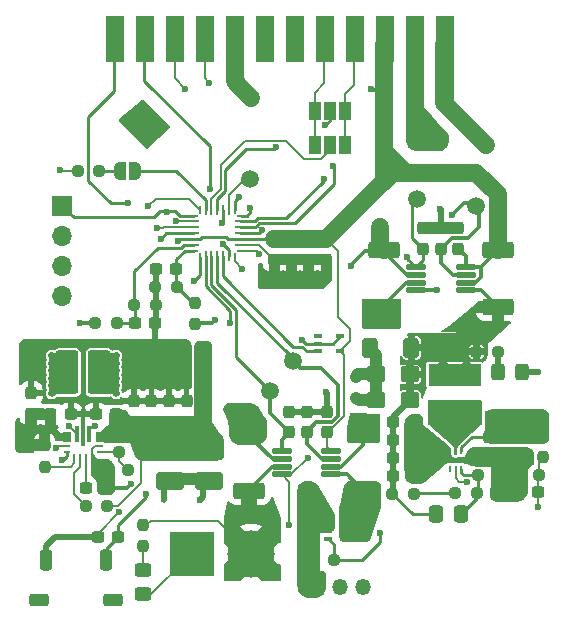
<source format=gtl>
%TF.GenerationSoftware,KiCad,Pcbnew,9.0.0-9.0.0-2~ubuntu24.04.1*%
%TF.CreationDate,2025-02-26T14:58:08+01:00*%
%TF.ProjectId,SupplyBoard,53757070-6c79-4426-9f61-72642e6b6963,rev?*%
%TF.SameCoordinates,Original*%
%TF.FileFunction,Copper,L1,Top*%
%TF.FilePolarity,Positive*%
%FSLAX46Y46*%
G04 Gerber Fmt 4.6, Leading zero omitted, Abs format (unit mm)*
G04 Created by KiCad (PCBNEW 9.0.0-9.0.0-2~ubuntu24.04.1) date 2025-02-26 14:58:08*
%MOMM*%
%LPD*%
G01*
G04 APERTURE LIST*
G04 Aperture macros list*
%AMRoundRect*
0 Rectangle with rounded corners*
0 $1 Rounding radius*
0 $2 $3 $4 $5 $6 $7 $8 $9 X,Y pos of 4 corners*
0 Add a 4 corners polygon primitive as box body*
4,1,4,$2,$3,$4,$5,$6,$7,$8,$9,$2,$3,0*
0 Add four circle primitives for the rounded corners*
1,1,$1+$1,$2,$3*
1,1,$1+$1,$4,$5*
1,1,$1+$1,$6,$7*
1,1,$1+$1,$8,$9*
0 Add four rect primitives between the rounded corners*
20,1,$1+$1,$2,$3,$4,$5,0*
20,1,$1+$1,$4,$5,$6,$7,0*
20,1,$1+$1,$6,$7,$8,$9,0*
20,1,$1+$1,$8,$9,$2,$3,0*%
%AMFreePoly0*
4,1,14,0.230680,0.111820,0.364320,-0.021820,0.377500,-0.053640,0.377500,-0.080000,0.364320,-0.111820,0.332500,-0.125000,-0.332500,-0.125000,-0.364320,-0.111820,-0.377500,-0.080000,-0.377500,0.080000,-0.364320,0.111820,-0.332500,0.125000,0.198860,0.125000,0.230680,0.111820,0.230680,0.111820,$1*%
%AMFreePoly1*
4,1,14,0.364320,0.111820,0.377500,0.080000,0.377500,0.053640,0.364320,0.021820,0.230680,-0.111820,0.198860,-0.125000,-0.332500,-0.125000,-0.364320,-0.111820,-0.377500,-0.080000,-0.377500,0.080000,-0.364320,0.111820,-0.332500,0.125000,0.332500,0.125000,0.364320,0.111820,0.364320,0.111820,$1*%
%AMFreePoly2*
4,1,14,0.111820,0.364320,0.125000,0.332500,0.125000,-0.332500,0.111820,-0.364320,0.080000,-0.377500,-0.080000,-0.377500,-0.111820,-0.364320,-0.125000,-0.332500,-0.125000,0.198860,-0.111820,0.230680,0.021820,0.364320,0.053640,0.377500,0.080000,0.377500,0.111820,0.364320,0.111820,0.364320,$1*%
%AMFreePoly3*
4,1,14,-0.021820,0.364320,0.111820,0.230680,0.125000,0.198860,0.125000,-0.332500,0.111820,-0.364320,0.080000,-0.377500,-0.080000,-0.377500,-0.111820,-0.364320,-0.125000,-0.332500,-0.125000,0.332500,-0.111820,0.364320,-0.080000,0.377500,-0.053640,0.377500,-0.021820,0.364320,-0.021820,0.364320,$1*%
%AMFreePoly4*
4,1,14,0.364320,0.111820,0.377500,0.080000,0.377500,-0.080000,0.364320,-0.111820,0.332500,-0.125000,-0.198860,-0.125000,-0.230680,-0.111820,-0.364320,0.021820,-0.377500,0.053640,-0.377500,0.080000,-0.364320,0.111820,-0.332500,0.125000,0.332500,0.125000,0.364320,0.111820,0.364320,0.111820,$1*%
%AMFreePoly5*
4,1,14,0.364320,0.111820,0.377500,0.080000,0.377500,-0.080000,0.364320,-0.111820,0.332500,-0.125000,-0.332500,-0.125000,-0.364320,-0.111820,-0.377500,-0.080000,-0.377500,-0.053640,-0.364320,-0.021820,-0.230680,0.111820,-0.198860,0.125000,0.332500,0.125000,0.364320,0.111820,0.364320,0.111820,$1*%
%AMFreePoly6*
4,1,14,0.111820,0.364320,0.125000,0.332500,0.125000,-0.198860,0.111820,-0.230680,-0.021820,-0.364320,-0.053640,-0.377500,-0.080000,-0.377500,-0.111820,-0.364320,-0.125000,-0.332500,-0.125000,0.332500,-0.111820,0.364320,-0.080000,0.377500,0.080000,0.377500,0.111820,0.364320,0.111820,0.364320,$1*%
%AMFreePoly7*
4,1,14,0.111820,0.364320,0.125000,0.332500,0.125000,-0.332500,0.111820,-0.364320,0.080000,-0.377500,0.053640,-0.377500,0.021820,-0.364320,-0.111820,-0.230680,-0.125000,-0.198860,-0.125000,0.332500,-0.111820,0.364320,-0.080000,0.377500,0.080000,0.377500,0.111820,0.364320,0.111820,0.364320,$1*%
%AMFreePoly8*
4,1,23,0.500000,-0.750000,0.000000,-0.750000,0.000000,-0.745722,-0.065263,-0.745722,-0.191342,-0.711940,-0.304381,-0.646677,-0.396677,-0.554381,-0.461940,-0.441342,-0.495722,-0.315263,-0.495722,-0.250000,-0.500000,-0.250000,-0.500000,0.250000,-0.495722,0.250000,-0.495722,0.315263,-0.461940,0.441342,-0.396677,0.554381,-0.304381,0.646677,-0.191342,0.711940,-0.065263,0.745722,0.000000,0.745722,
0.000000,0.750000,0.500000,0.750000,0.500000,-0.750000,0.500000,-0.750000,$1*%
%AMFreePoly9*
4,1,23,0.000000,0.745722,0.065263,0.745722,0.191342,0.711940,0.304381,0.646677,0.396677,0.554381,0.461940,0.441342,0.495722,0.315263,0.495722,0.250000,0.500000,0.250000,0.500000,-0.250000,0.495722,-0.250000,0.495722,-0.315263,0.461940,-0.441342,0.396677,-0.554381,0.304381,-0.646677,0.191342,-0.711940,0.065263,-0.745722,0.000000,-0.745722,0.000000,-0.750000,-0.500000,-0.750000,
-0.500000,0.750000,0.000000,0.750000,0.000000,0.745722,0.000000,0.745722,$1*%
%AMFreePoly10*
4,1,17,1.395000,0.765000,0.855000,0.765000,0.855000,0.535000,1.395000,0.535000,1.395000,0.115000,0.855000,0.115000,0.855000,-0.115000,1.395000,-0.115000,1.395000,-0.535000,0.855000,-0.535000,0.855000,-0.765000,1.395000,-0.765000,1.395000,-1.185000,-0.855000,-1.185000,-0.855000,1.185000,1.395000,1.185000,1.395000,0.765000,1.395000,0.765000,$1*%
G04 Aperture macros list end*
%TA.AperFunction,SMDPad,CuDef*%
%ADD10RoundRect,0.237500X0.237500X-0.300000X0.237500X0.300000X-0.237500X0.300000X-0.237500X-0.300000X0*%
%TD*%
%TA.AperFunction,SMDPad,CuDef*%
%ADD11RoundRect,0.237500X-0.237500X0.300000X-0.237500X-0.300000X0.237500X-0.300000X0.237500X0.300000X0*%
%TD*%
%TA.AperFunction,SMDPad,CuDef*%
%ADD12RoundRect,0.237500X0.300000X0.237500X-0.300000X0.237500X-0.300000X-0.237500X0.300000X-0.237500X0*%
%TD*%
%TA.AperFunction,SMDPad,CuDef*%
%ADD13RoundRect,0.100000X-0.225000X-0.100000X0.225000X-0.100000X0.225000X0.100000X-0.225000X0.100000X0*%
%TD*%
%TA.AperFunction,SMDPad,CuDef*%
%ADD14FreePoly0,0.000000*%
%TD*%
%TA.AperFunction,SMDPad,CuDef*%
%ADD15RoundRect,0.062500X-0.375000X-0.062500X0.375000X-0.062500X0.375000X0.062500X-0.375000X0.062500X0*%
%TD*%
%TA.AperFunction,SMDPad,CuDef*%
%ADD16FreePoly1,0.000000*%
%TD*%
%TA.AperFunction,SMDPad,CuDef*%
%ADD17FreePoly2,0.000000*%
%TD*%
%TA.AperFunction,SMDPad,CuDef*%
%ADD18RoundRect,0.062500X-0.062500X-0.375000X0.062500X-0.375000X0.062500X0.375000X-0.062500X0.375000X0*%
%TD*%
%TA.AperFunction,SMDPad,CuDef*%
%ADD19FreePoly3,0.000000*%
%TD*%
%TA.AperFunction,SMDPad,CuDef*%
%ADD20FreePoly4,0.000000*%
%TD*%
%TA.AperFunction,SMDPad,CuDef*%
%ADD21FreePoly5,0.000000*%
%TD*%
%TA.AperFunction,SMDPad,CuDef*%
%ADD22FreePoly6,0.000000*%
%TD*%
%TA.AperFunction,SMDPad,CuDef*%
%ADD23FreePoly7,0.000000*%
%TD*%
%TA.AperFunction,SMDPad,CuDef*%
%ADD24RoundRect,0.237500X-0.250000X-0.237500X0.250000X-0.237500X0.250000X0.237500X-0.250000X0.237500X0*%
%TD*%
%TA.AperFunction,SMDPad,CuDef*%
%ADD25R,1.000000X1.500000*%
%TD*%
%TA.AperFunction,SMDPad,CuDef*%
%ADD26RoundRect,0.237500X-0.300000X-0.237500X0.300000X-0.237500X0.300000X0.237500X-0.300000X0.237500X0*%
%TD*%
%TA.AperFunction,SMDPad,CuDef*%
%ADD27RoundRect,0.125000X-0.687500X-0.125000X0.687500X-0.125000X0.687500X0.125000X-0.687500X0.125000X0*%
%TD*%
%TA.AperFunction,SMDPad,CuDef*%
%ADD28RoundRect,0.237500X0.250000X0.237500X-0.250000X0.237500X-0.250000X-0.237500X0.250000X-0.237500X0*%
%TD*%
%TA.AperFunction,SMDPad,CuDef*%
%ADD29RoundRect,0.249999X1.075001X-0.450001X1.075001X0.450001X-1.075001X0.450001X-1.075001X-0.450001X0*%
%TD*%
%TA.AperFunction,SMDPad,CuDef*%
%ADD30RoundRect,0.237500X-0.237500X0.250000X-0.237500X-0.250000X0.237500X-0.250000X0.237500X0.250000X0*%
%TD*%
%TA.AperFunction,SMDPad,CuDef*%
%ADD31C,1.500000*%
%TD*%
%TA.AperFunction,SMDPad,CuDef*%
%ADD32RoundRect,0.262500X0.562500X0.262500X-0.562500X0.262500X-0.562500X-0.262500X0.562500X-0.262500X0*%
%TD*%
%TA.AperFunction,SMDPad,CuDef*%
%ADD33RoundRect,0.262500X0.262500X-0.637500X0.262500X0.637500X-0.262500X0.637500X-0.262500X-0.637500X0*%
%TD*%
%TA.AperFunction,SMDPad,CuDef*%
%ADD34RoundRect,0.250000X0.537500X0.425000X-0.537500X0.425000X-0.537500X-0.425000X0.537500X-0.425000X0*%
%TD*%
%TA.AperFunction,SMDPad,CuDef*%
%ADD35RoundRect,0.250001X-0.924999X0.499999X-0.924999X-0.499999X0.924999X-0.499999X0.924999X0.499999X0*%
%TD*%
%TA.AperFunction,SMDPad,CuDef*%
%ADD36RoundRect,0.250000X0.450000X-0.325000X0.450000X0.325000X-0.450000X0.325000X-0.450000X-0.325000X0*%
%TD*%
%TA.AperFunction,SMDPad,CuDef*%
%ADD37RoundRect,0.250000X0.337500X0.475000X-0.337500X0.475000X-0.337500X-0.475000X0.337500X-0.475000X0*%
%TD*%
%TA.AperFunction,SMDPad,CuDef*%
%ADD38RoundRect,0.250000X0.325000X0.450000X-0.325000X0.450000X-0.325000X-0.450000X0.325000X-0.450000X0*%
%TD*%
%TA.AperFunction,ComponentPad*%
%ADD39R,1.350000X1.350000*%
%TD*%
%TA.AperFunction,ComponentPad*%
%ADD40O,1.350000X1.350000*%
%TD*%
%TA.AperFunction,SMDPad,CuDef*%
%ADD41R,0.279400X0.609600*%
%TD*%
%TA.AperFunction,SMDPad,CuDef*%
%ADD42RoundRect,0.237500X0.237500X-0.250000X0.237500X0.250000X-0.237500X0.250000X-0.237500X-0.250000X0*%
%TD*%
%TA.AperFunction,SMDPad,CuDef*%
%ADD43RoundRect,0.250000X0.400000X0.600000X-0.400000X0.600000X-0.400000X-0.600000X0.400000X-0.600000X0*%
%TD*%
%TA.AperFunction,ComponentPad*%
%ADD44R,1.700000X1.700000*%
%TD*%
%TA.AperFunction,ComponentPad*%
%ADD45O,1.700000X1.700000*%
%TD*%
%TA.AperFunction,SMDPad,CuDef*%
%ADD46FreePoly8,0.000000*%
%TD*%
%TA.AperFunction,SMDPad,CuDef*%
%ADD47FreePoly9,0.000000*%
%TD*%
%TA.AperFunction,ComponentPad*%
%ADD48R,3.800000X3.800000*%
%TD*%
%TA.AperFunction,ComponentPad*%
%ADD49C,4.000000*%
%TD*%
%TA.AperFunction,SMDPad,CuDef*%
%ADD50R,0.240000X0.599999*%
%TD*%
%TA.AperFunction,SMDPad,CuDef*%
%ADD51R,0.599999X0.240000*%
%TD*%
%TA.AperFunction,SMDPad,CuDef*%
%ADD52R,0.700001X0.850001*%
%TD*%
%TA.AperFunction,SMDPad,CuDef*%
%ADD53R,0.349999X1.450000*%
%TD*%
%TA.AperFunction,SMDPad,CuDef*%
%ADD54R,0.349999X1.799999*%
%TD*%
%TA.AperFunction,SMDPad,CuDef*%
%ADD55RoundRect,0.105000X-0.245000X-0.105000X0.245000X-0.105000X0.245000X0.105000X-0.245000X0.105000X0*%
%TD*%
%TA.AperFunction,SMDPad,CuDef*%
%ADD56FreePoly10,0.000000*%
%TD*%
%TA.AperFunction,SMDPad,CuDef*%
%ADD57R,4.500000X1.900000*%
%TD*%
%TA.AperFunction,SMDPad,CuDef*%
%ADD58RoundRect,0.250000X-0.700000X-1.600000X0.700000X-1.600000X0.700000X1.600000X-0.700000X1.600000X0*%
%TD*%
%TA.AperFunction,SMDPad,CuDef*%
%ADD59R,1.500000X4.000000*%
%TD*%
%TA.AperFunction,ViaPad*%
%ADD60C,0.600000*%
%TD*%
%TA.AperFunction,Conductor*%
%ADD61C,0.300000*%
%TD*%
%TA.AperFunction,Conductor*%
%ADD62C,1.000000*%
%TD*%
%TA.AperFunction,Conductor*%
%ADD63C,0.200000*%
%TD*%
%TA.AperFunction,Conductor*%
%ADD64C,0.500000*%
%TD*%
%TA.AperFunction,Conductor*%
%ADD65C,1.500000*%
%TD*%
%TA.AperFunction,Conductor*%
%ADD66C,0.250000*%
%TD*%
G04 APERTURE END LIST*
D10*
%TO.P,C26,1*%
%TO.N,/I_{3v3}_SENSE*%
X191058800Y-70712500D03*
%TO.P,C26,2*%
%TO.N,GND*%
X191058800Y-68987500D03*
%TD*%
D11*
%TO.P,C15,1*%
%TO.N,/Controlador/BATT_INPUT*%
X195173600Y-86616200D03*
%TO.P,C15,2*%
%TO.N,GND*%
X195173600Y-88341200D03*
%TD*%
D12*
%TO.P,C36,1*%
%TO.N,/Controlador/V_{5V}_SENSE*%
X168654243Y-72390000D03*
%TO.P,C36,2*%
%TO.N,GND*%
X166929243Y-72390000D03*
%TD*%
D13*
%TO.P,U6,1,NC*%
%TO.N,unconnected-(U6-NC-Pad1)*%
X180660000Y-78090000D03*
%TO.P,U6,2,GND*%
%TO.N,GND*%
X180660000Y-78740000D03*
%TO.P,U6,3,V_{OUT}*%
%TO.N,/Controlador/TEMP_SENSOR*%
X180660000Y-79390000D03*
%TO.P,U6,4,V_{DD}*%
%TO.N,+3.3V*%
X182560000Y-79390000D03*
%TO.P,U6,5,GND*%
%TO.N,GND*%
X182560000Y-78090000D03*
%TD*%
D10*
%TO.P,C8,1*%
%TO.N,/LIPO_TO_5V/5V_OUT*%
X168050400Y-85353000D03*
%TO.P,C8,2*%
%TO.N,GND*%
X168050400Y-83628000D03*
%TD*%
D14*
%TO.P,U1,1,VDD*%
%TO.N,+3.3V*%
X170135743Y-67907880D03*
D15*
%TO.P,U1,2,PC14*%
%TO.N,/BYPASS_EN*%
X170195743Y-68407880D03*
%TO.P,U1,3,PC15*%
%TO.N,/Controlador/5V_ENABLE*%
X170195743Y-68907880D03*
%TO.P,U1,4,NRST*%
%TO.N,/Controlador/~{RESET}*%
X170195743Y-69407880D03*
%TO.P,U1,5,VDDA*%
%TO.N,+3.3V*%
X170195743Y-69907880D03*
%TO.P,U1,6,PA0*%
%TO.N,/Controlador/V_{IN}_SENSE*%
X170195743Y-70407880D03*
D16*
%TO.P,U1,7,PA1*%
%TO.N,/Controlador/V_{5V}_SENSE*%
X170135743Y-70907880D03*
D17*
%TO.P,U1,8,PA2*%
%TO.N,/I_{3v3}_SENSE*%
X170633243Y-71405380D03*
D18*
%TO.P,U1,9,PA3*%
%TO.N,/I_{5v}_SENSE*%
X171133243Y-71345380D03*
%TO.P,U1,10,PA4*%
%TO.N,/I_{IN}_SENSE*%
X171633243Y-71345380D03*
%TO.P,U1,11,PA5*%
%TO.N,/I_{BYPASS}_SENSE*%
X172133243Y-71345380D03*
%TO.P,U1,12,PA6*%
%TO.N,/Controlador/TEMP_SENSOR*%
X172633243Y-71345380D03*
%TO.P,U1,13,PA7*%
%TO.N,/SPI.CS0*%
X173133243Y-71345380D03*
D19*
%TO.P,U1,14,PB0*%
%TO.N,/SPI.MISO*%
X173633243Y-71405380D03*
D20*
%TO.P,U1,15,PB1*%
%TO.N,/SPI.MOSI*%
X174130743Y-70907880D03*
D15*
%TO.P,U1,16,VSS*%
%TO.N,GND*%
X174070743Y-70407880D03*
%TO.P,U1,17,VDD*%
%TO.N,+3.3V*%
X174070743Y-69907880D03*
%TO.P,U1,18,PA8*%
%TO.N,/SPI.CS1*%
X174070743Y-69407880D03*
%TO.P,U1,19,PA9*%
%TO.N,/I2C0_SCL*%
X174070743Y-68907880D03*
%TO.P,U1,20,PA10*%
%TO.N,/I2C0_SDA*%
X174070743Y-68407880D03*
D21*
%TO.P,U1,21,PA13*%
%TO.N,/Controlador/SWDIO*%
X174130743Y-67907880D03*
D22*
%TO.P,U1,22,PA14*%
%TO.N,/Controlador/SWCLK*%
X173633243Y-67410380D03*
D18*
%TO.P,U1,23,PA15*%
%TO.N,Net-(U1-PA15)*%
X173133243Y-67470380D03*
%TO.P,U1,24,PB3*%
%TO.N,/SPI.SCK*%
X172633243Y-67470380D03*
%TO.P,U1,25,PB6*%
%TO.N,/Controlador/UART_TX*%
X172133243Y-67470380D03*
%TO.P,U1,26,PB7*%
%TO.N,/Controlador/UART_RX*%
X171633243Y-67470380D03*
%TO.P,U1,27,BOOT0*%
%TO.N,Net-(JP7-B)*%
X171133243Y-67470380D03*
D23*
%TO.P,U1,28,VSS*%
%TO.N,GND*%
X170633243Y-67410380D03*
%TD*%
D24*
%TO.P,R9,1*%
%TO.N,GND*%
X197510400Y-89865200D03*
%TO.P,R9,2*%
%TO.N,Net-(U3-EN)*%
X199335400Y-89865200D03*
%TD*%
D25*
%TO.P,JP5,1,A*%
%TO.N,/C_UART_TX*%
X182971443Y-61914880D03*
%TO.P,JP5,2,C*%
%TO.N,/Controlador/UART_RX*%
X181671443Y-61914880D03*
%TO.P,JP5,3,B*%
%TO.N,/C_UART_RX*%
X180371443Y-61914880D03*
%TD*%
D26*
%TO.P,C19,1*%
%TO.N,/LIPO_TO_3V/3V3_OUT*%
X186994800Y-88392000D03*
%TO.P,C19,2*%
%TO.N,GND*%
X188719800Y-88392000D03*
%TD*%
D27*
%TO.P,U5,1,OUT_{1}*%
%TO.N,/I_{IN}_SENSE*%
X177566849Y-87873351D03*
%TO.P,U5,2,-IN_{1}*%
%TO.N,/BATT_INPUT*%
X177566849Y-88523351D03*
%TO.P,U5,3,+IN_{1}*%
%TO.N,/CurrentSense_Lipo/V_IN_{1}*%
X177566849Y-89173351D03*
%TO.P,U5,4,GND*%
%TO.N,GND*%
X177566849Y-89823351D03*
%TO.P,U5,5,+IN_{2}*%
%TO.N,/BATT_BYPASS_SW/BATT_OUT*%
X181791849Y-89823351D03*
%TO.P,U5,6,-IN_{2}*%
%TO.N,/BATT_BYPASS*%
X181791849Y-89173351D03*
%TO.P,U5,7,OUT_{2}*%
%TO.N,/I_{BYPASS}_SENSE*%
X181791849Y-88523351D03*
%TO.P,U5,8,VS*%
%TO.N,+3.3V*%
X181791849Y-87873351D03*
%TD*%
D24*
%TO.P,R21,1*%
%TO.N,GND*%
X160319776Y-64169308D03*
%TO.P,R21,2*%
%TO.N,Net-(JP7-A)*%
X162144776Y-64169308D03*
%TD*%
D10*
%TO.P,C25,1*%
%TO.N,/I_{BYPASS}_SENSE*%
X179700649Y-86236851D03*
%TO.P,C25,2*%
%TO.N,GND*%
X179700649Y-84511851D03*
%TD*%
D26*
%TO.P,C17,1*%
%TO.N,/LIPO_TO_3V/3V3_OUT*%
X186994800Y-85404000D03*
%TO.P,C17,2*%
%TO.N,GND*%
X188719800Y-85404000D03*
%TD*%
D12*
%TO.P,C29,1*%
%TO.N,/Controlador/~{RESET}*%
X163715200Y-95123000D03*
%TO.P,C29,2*%
%TO.N,GND*%
X161990200Y-95123000D03*
%TD*%
D26*
%TO.P,C20,1*%
%TO.N,/LIPO_TO_3V/3V3_OUT*%
X186994800Y-89916000D03*
%TO.P,C20,2*%
%TO.N,GND*%
X188719800Y-89916000D03*
%TD*%
D28*
%TO.P,R17,1*%
%TO.N,GND*%
X166928000Y-75488800D03*
%TO.P,R17,2*%
%TO.N,/Controlador/V_{IN}_SENSE*%
X165103000Y-75488800D03*
%TD*%
D29*
%TO.P,R13,1,+*%
%TO.N,/LIPO_TO_3V/3V3_OUT*%
X195884800Y-75653600D03*
%TO.P,R13,2,-*%
%TO.N,+3.3V*%
X195884800Y-70853600D03*
%TD*%
D30*
%TO.P,R1,1*%
%TO.N,/Controlador/BATT_INPUT*%
X157509400Y-87340200D03*
%TO.P,R1,2*%
%TO.N,Net-(U2-PS{slash}SYNC)*%
X157509400Y-89165200D03*
%TD*%
D28*
%TO.P,R25,1*%
%TO.N,Net-(D3-A)*%
X195893200Y-79424600D03*
%TO.P,R25,2*%
%TO.N,/LIPO_TO_3V/3V3_OUT*%
X194068200Y-79424600D03*
%TD*%
D11*
%TO.P,C31,1*%
%TO.N,+3.3V*%
X179880243Y-69926080D03*
%TO.P,C31,2*%
%TO.N,GND*%
X179880243Y-71651080D03*
%TD*%
%TO.P,C23,1*%
%TO.N,GND*%
X181457349Y-84511851D03*
%TO.P,C23,2*%
%TO.N,+3.3V*%
X181457349Y-86236851D03*
%TD*%
D27*
%TO.P,U4,1,OUT_{1}*%
%TO.N,/I_{5v}_SENSE*%
X188946300Y-72278600D03*
%TO.P,U4,2,-IN_{1}*%
%TO.N,+5V*%
X188946300Y-72928600D03*
%TO.P,U4,3,+IN_{1}*%
%TO.N,/LIPO_TO_5V/5V_OUT*%
X188946300Y-73578600D03*
%TO.P,U4,4,GND*%
%TO.N,GND*%
X188946300Y-74228600D03*
%TO.P,U4,5,+IN_{2}*%
%TO.N,/LIPO_TO_3V/3V3_OUT*%
X193171300Y-74228600D03*
%TO.P,U4,6,-IN_{2}*%
%TO.N,+3.3V*%
X193171300Y-73578600D03*
%TO.P,U4,7,OUT_{2}*%
%TO.N,/I_{3v3}_SENSE*%
X193171300Y-72928600D03*
%TO.P,U4,8,VS*%
%TO.N,+3.3V*%
X193171300Y-72278600D03*
%TD*%
D28*
%TO.P,R4,1*%
%TO.N,/LIPO_TO_5V/5V_OUT*%
X162816100Y-92518000D03*
%TO.P,R4,2*%
%TO.N,Net-(U2-PG)*%
X160991100Y-92518000D03*
%TD*%
D31*
%TO.P,TP1,1,1*%
%TO.N,Net-(U1-PA15)*%
X174879000Y-64770000D03*
%TD*%
D11*
%TO.P,C32,1*%
%TO.N,+3.3V*%
X178407043Y-69926080D03*
%TO.P,C32,2*%
%TO.N,GND*%
X178407043Y-71651080D03*
%TD*%
D10*
%TO.P,C6,1*%
%TO.N,/LIPO_TO_5V/5V_OUT*%
X165104000Y-85353000D03*
%TO.P,C6,2*%
%TO.N,GND*%
X165104000Y-83628000D03*
%TD*%
D26*
%TO.P,C4,1*%
%TO.N,/LIPO_TO_5V/AUX*%
X161040000Y-90994000D03*
%TO.P,C4,2*%
%TO.N,GND*%
X162765000Y-90994000D03*
%TD*%
D10*
%TO.P,C7,1*%
%TO.N,/LIPO_TO_5V/5V_OUT*%
X166556400Y-85353000D03*
%TO.P,C7,2*%
%TO.N,GND*%
X166556400Y-83628000D03*
%TD*%
D29*
%TO.P,R11,1,+*%
%TO.N,/LIPO_TO_5V/5V_OUT*%
X186232800Y-75653600D03*
%TO.P,R11,2,-*%
%TO.N,+5V*%
X186232800Y-70853600D03*
%TD*%
D24*
%TO.P,R5,1*%
%TO.N,Net-(U3-FB)*%
X194184900Y-89890600D03*
%TO.P,R5,2*%
%TO.N,GND*%
X196009900Y-89890600D03*
%TD*%
D10*
%TO.P,C9,1*%
%TO.N,/LIPO_TO_5V/5V_OUT*%
X169523600Y-85353000D03*
%TO.P,C9,2*%
%TO.N,GND*%
X169523600Y-83628000D03*
%TD*%
D24*
%TO.P,R19,1*%
%TO.N,GND*%
X166879243Y-73914000D03*
%TO.P,R19,2*%
%TO.N,/Controlador/V_{5V}_SENSE*%
X168704243Y-73914000D03*
%TD*%
D32*
%TO.P,SW1,*%
%TO.N,*%
X157009200Y-100457000D03*
X163309200Y-100457000D03*
D33*
%TO.P,SW1,1,1*%
%TO.N,GND*%
X157609200Y-97082000D03*
%TO.P,SW1,2,2*%
%TO.N,/Controlador/~{RESET}*%
X162709200Y-97082000D03*
%TD*%
D10*
%TO.P,C27,1*%
%TO.N,/I_{IN}_SENSE*%
X178227449Y-86236851D03*
%TO.P,C27,2*%
%TO.N,GND*%
X178227449Y-84511851D03*
%TD*%
D34*
%TO.P,C22,1*%
%TO.N,/LIPO_TO_3V/3V3_OUT*%
X188447400Y-83515200D03*
%TO.P,C22,2*%
%TO.N,GND*%
X185572400Y-83515200D03*
%TD*%
D24*
%TO.P,R14,1*%
%TO.N,/BATT_INPUT*%
X180201700Y-97028000D03*
%TO.P,R14,2*%
%TO.N,Net-(Q1-G)*%
X182026700Y-97028000D03*
%TD*%
D28*
%TO.P,R2,1*%
%TO.N,/LIPO_TO_5V/5V_OUT*%
X165660900Y-87895200D03*
%TO.P,R2,2*%
%TO.N,/LIPO_TO_5V/FB*%
X163835900Y-87895200D03*
%TD*%
D35*
%TO.P,C10,1*%
%TO.N,/LIPO_TO_5V/5V_OUT*%
X171446000Y-87164600D03*
%TO.P,C10,2*%
%TO.N,GND*%
X171446000Y-90414600D03*
%TD*%
D31*
%TO.P,TP7,1,1*%
%TO.N,/I_{5v}_SENSE*%
X189026800Y-66522600D03*
%TD*%
D36*
%TO.P,D1,1,K*%
%TO.N,GND*%
X165874200Y-99958000D03*
%TO.P,D1,2,A*%
%TO.N,Net-(D1-A)*%
X165874200Y-97908000D03*
%TD*%
D11*
%TO.P,C33,1*%
%TO.N,+3.3V*%
X176943043Y-69926080D03*
%TO.P,C33,2*%
%TO.N,GND*%
X176943043Y-71651080D03*
%TD*%
D29*
%TO.P,R10,1,+*%
%TO.N,/CurrentSense_Lipo/V_IN_{1}*%
X174823849Y-91198351D03*
%TO.P,R10,2,-*%
%TO.N,/BATT_INPUT*%
X174823849Y-86398351D03*
%TD*%
D37*
%TO.P,C16,1*%
%TO.N,Net-(U3-FB)*%
X192729400Y-93192600D03*
%TO.P,C16,2*%
%TO.N,/LIPO_TO_3V/3V3_OUT*%
X190654400Y-93192600D03*
%TD*%
D38*
%TO.P,D3,1,K*%
%TO.N,GND*%
X197951200Y-81177200D03*
%TO.P,D3,2,A*%
%TO.N,Net-(D3-A)*%
X195901200Y-81177200D03*
%TD*%
D10*
%TO.P,C28,1*%
%TO.N,/I_{5v}_SENSE*%
X189585600Y-70712500D03*
%TO.P,C28,2*%
%TO.N,GND*%
X189585600Y-68987500D03*
%TD*%
D31*
%TO.P,TP9,1,1*%
%TO.N,/I_{3v3}_SENSE*%
X194056000Y-67056000D03*
%TD*%
D39*
%TO.P,SW2,1,B*%
%TO.N,/BATT_INPUT*%
X180479200Y-99314000D03*
D40*
%TO.P,SW2,2,C*%
%TO.N,unconnected-(SW2-C-Pad2)*%
X182479200Y-99314000D03*
%TO.P,SW2,3,A*%
%TO.N,/Controlador/BATT_INPUT*%
X184479200Y-99314000D03*
%TD*%
D28*
%TO.P,R7,1*%
%TO.N,Net-(R6-Pad2)*%
X188770900Y-91440000D03*
%TO.P,R7,2*%
%TO.N,/LIPO_TO_3V/3V3_OUT*%
X186945900Y-91440000D03*
%TD*%
D41*
%TO.P,U3,1,Vin*%
%TO.N,/Controlador/BATT_INPUT*%
X192803526Y-87871300D03*
%TO.P,U3,2,SW*%
%TO.N,Net-(L2-+)*%
X192303400Y-87871300D03*
%TO.P,U3,3,GND*%
%TO.N,GND*%
X191803274Y-87871300D03*
%TO.P,U3,4,PG*%
%TO.N,unconnected-(U3-PG-Pad4)*%
X191803274Y-89369900D03*
%TO.P,U3,5,EN*%
%TO.N,Net-(U3-EN)*%
X192303400Y-89369900D03*
%TO.P,U3,6,FB*%
%TO.N,Net-(U3-FB)*%
X192803526Y-89369900D03*
%TD*%
D11*
%TO.P,C24,1*%
%TO.N,GND*%
X192532000Y-68987500D03*
%TO.P,C24,2*%
%TO.N,+3.3V*%
X192532000Y-70712500D03*
%TD*%
D42*
%TO.P,R8,1*%
%TO.N,Net-(U3-EN)*%
X199745600Y-88388200D03*
%TO.P,R8,2*%
%TO.N,/Controlador/BATT_INPUT*%
X199745600Y-86563200D03*
%TD*%
D26*
%TO.P,C18,1*%
%TO.N,/LIPO_TO_3V/3V3_OUT*%
X186994800Y-86868000D03*
%TO.P,C18,2*%
%TO.N,GND*%
X188719800Y-86868000D03*
%TD*%
D30*
%TO.P,R18,1*%
%TO.N,/Controlador/V_{5V}_SENSE*%
X170228243Y-75287500D03*
%TO.P,R18,2*%
%TO.N,+5V*%
X170228243Y-77112500D03*
%TD*%
D25*
%TO.P,JP6,1,A*%
%TO.N,/C_UART_TX*%
X182971443Y-59083680D03*
%TO.P,JP6,2,C*%
%TO.N,/Controlador/UART_TX*%
X181671443Y-59083680D03*
%TO.P,JP6,3,B*%
%TO.N,/C_UART_RX*%
X180371443Y-59083680D03*
%TD*%
D43*
%TO.P,D2,1,K*%
%TO.N,/LIPO_TO_3V/3V3_OUT*%
X188569600Y-79095600D03*
%TO.P,D2,2,A*%
%TO.N,GND*%
X185069600Y-79095600D03*
%TD*%
D28*
%TO.P,R3,1*%
%TO.N,/LIPO_TO_5V/FB*%
X164594100Y-89419200D03*
%TO.P,R3,2*%
%TO.N,GND*%
X162769100Y-89419200D03*
%TD*%
D26*
%TO.P,C37,1*%
%TO.N,/Controlador/V_{IN}_SENSE*%
X165153000Y-76962000D03*
%TO.P,C37,2*%
%TO.N,GND*%
X166878000Y-76962000D03*
%TD*%
D12*
%TO.P,C35,1*%
%TO.N,Net-(U3-EN)*%
X199289900Y-91346000D03*
%TO.P,C35,2*%
%TO.N,GND*%
X197564900Y-91346000D03*
%TD*%
D29*
%TO.P,R12,1,+*%
%TO.N,/BATT_BYPASS_SW/BATT_OUT*%
X184475849Y-91198351D03*
%TO.P,R12,2,-*%
%TO.N,/BATT_BYPASS*%
X184475849Y-86398351D03*
%TD*%
D44*
%TO.P,J2,1,Pin_1*%
%TO.N,+3.3V*%
X159004000Y-67056000D03*
D45*
%TO.P,J2,2,Pin_2*%
%TO.N,/Controlador/SWDIO*%
X159004000Y-69596000D03*
%TO.P,J2,3,Pin_3*%
%TO.N,/Controlador/SWCLK*%
X159004000Y-72136000D03*
%TO.P,J2,4,Pin_4*%
%TO.N,GND*%
X159004000Y-74676000D03*
%TD*%
D28*
%TO.P,R16,1*%
%TO.N,/Controlador/V_{IN}_SENSE*%
X163626000Y-76962000D03*
%TO.P,R16,2*%
%TO.N,/Controlador/BATT_INPUT*%
X161801000Y-76962000D03*
%TD*%
%TO.P,R6,1*%
%TO.N,Net-(U3-FB)*%
X194104900Y-91414600D03*
%TO.P,R6,2*%
%TO.N,Net-(R6-Pad2)*%
X192279900Y-91414600D03*
%TD*%
D42*
%TO.P,R24,1*%
%TO.N,Net-(D1-A)*%
X165874200Y-95908500D03*
%TO.P,R24,2*%
%TO.N,/CurrentSense_Lipo/V_IN_{1}*%
X165874200Y-94083500D03*
%TD*%
D46*
%TO.P,JP7,1,A*%
%TO.N,Net-(JP7-A)*%
X163894676Y-64169308D03*
D47*
%TO.P,JP7,2,B*%
%TO.N,Net-(JP7-B)*%
X165194676Y-64169308D03*
%TD*%
D11*
%TO.P,C12,1*%
%TO.N,/Controlador/BATT_INPUT*%
X198221600Y-86616200D03*
%TO.P,C12,2*%
%TO.N,GND*%
X198221600Y-88341200D03*
%TD*%
D48*
%TO.P,J1,1,Pin_1*%
%TO.N,GND*%
X169966000Y-96520000D03*
D49*
%TO.P,J1,2,Pin_2*%
%TO.N,/CurrentSense_Lipo/V_IN_{1}*%
X174966000Y-96520000D03*
%TD*%
D12*
%TO.P,C5,1*%
%TO.N,/LIPO_TO_5V/5V_OUT*%
X163578900Y-84745600D03*
%TO.P,C5,2*%
%TO.N,GND*%
X161853900Y-84745600D03*
%TD*%
D50*
%TO.P,U2,1,PS/SYNC*%
%TO.N,Net-(U2-PS{slash}SYNC)*%
X160035999Y-88334000D03*
%TO.P,U2,2,PG*%
%TO.N,Net-(U2-PG)*%
X160535998Y-88334000D03*
%TO.P,U2,3,VAUX*%
%TO.N,/LIPO_TO_5V/AUX*%
X161036000Y-88334000D03*
%TO.P,U2,4,GND*%
%TO.N,GND*%
X161535998Y-88334000D03*
D51*
%TO.P,U2,5,FB*%
%TO.N,/LIPO_TO_5V/FB*%
X162186000Y-87909000D03*
%TO.P,U2,6,FB2*%
%TO.N,GND*%
X162186000Y-87409001D03*
D52*
%TO.P,U2,7,VOUT*%
%TO.N,/LIPO_TO_5V/5V_OUT*%
X162186000Y-86659000D03*
%TO.P,U2,8,VOUT*%
X162186000Y-86659000D03*
D53*
%TO.P,U2,9,L2*%
%TO.N,Net-(L1--)*%
X161285999Y-86409000D03*
D54*
%TO.P,U2,10,PGND*%
%TO.N,GND*%
X160786000Y-86584001D03*
D53*
%TO.P,U2,11,L1*%
%TO.N,Net-(L1-+)*%
X160286001Y-86409000D03*
D52*
%TO.P,U2,12,Vin*%
%TO.N,/Controlador/BATT_INPUT*%
X159386000Y-86659000D03*
%TO.P,U2,13,Vin*%
X159386000Y-86659000D03*
D51*
%TO.P,U2,14,EN*%
%TO.N,/Controlador/5V_ENABLE*%
X159386000Y-87409001D03*
%TO.P,U2,15,VSEL*%
%TO.N,GND*%
X159386000Y-87909000D03*
%TD*%
D31*
%TO.P,TP6,1,1*%
%TO.N,/I_{IN}_SENSE*%
X176631349Y-82752351D03*
%TD*%
D11*
%TO.P,C30,1*%
%TO.N,+3.3V*%
X181353443Y-69926080D03*
%TO.P,C30,2*%
%TO.N,GND*%
X181353443Y-71651080D03*
%TD*%
D55*
%TO.P,Q1,1,S*%
%TO.N,/BATT_INPUT*%
X181534600Y-93309800D03*
%TO.P,Q1,2,S*%
X181534600Y-93959800D03*
%TO.P,Q1,3,S*%
X181534600Y-94609800D03*
%TO.P,Q1,4,G*%
%TO.N,Net-(Q1-G)*%
X181534600Y-95259800D03*
D56*
%TO.P,Q1,5,D*%
%TO.N,/BATT_BYPASS_SW/BATT_OUT*%
X183489600Y-94284800D03*
%TD*%
D10*
%TO.P,C3,1*%
%TO.N,/Controlador/BATT_INPUT*%
X156366400Y-84693700D03*
%TO.P,C3,2*%
%TO.N,GND*%
X156366400Y-82968700D03*
%TD*%
D57*
%TO.P,L2,1,+*%
%TO.N,Net-(L2-+)*%
X192227200Y-84531200D03*
%TO.P,L2,2,-*%
%TO.N,/LIPO_TO_3V/3V3_OUT*%
X192227200Y-81431200D03*
%TD*%
D31*
%TO.P,TP8,1,1*%
%TO.N,/I_{BYPASS}_SENSE*%
X178536349Y-80212351D03*
%TD*%
D11*
%TO.P,C13,1*%
%TO.N,/Controlador/BATT_INPUT*%
X196697600Y-86616200D03*
%TO.P,C13,2*%
%TO.N,GND*%
X196697600Y-88341200D03*
%TD*%
D34*
%TO.P,C21,1*%
%TO.N,/LIPO_TO_3V/3V3_OUT*%
X188447400Y-81356200D03*
%TO.P,C21,2*%
%TO.N,GND*%
X185572400Y-81356200D03*
%TD*%
D58*
%TO.P,L1,1,+*%
%TO.N,Net-(L1-+)*%
X159436000Y-81189600D03*
%TO.P,L1,2,-*%
%TO.N,Net-(L1--)*%
X162136000Y-81189600D03*
%TD*%
D35*
%TO.P,C11,1*%
%TO.N,/LIPO_TO_5V/5V_OUT*%
X168148000Y-87169500D03*
%TO.P,C11,2*%
%TO.N,GND*%
X168148000Y-90419500D03*
%TD*%
D26*
%TO.P,C2,1*%
%TO.N,/Controlador/BATT_INPUT*%
X157993100Y-84745600D03*
%TO.P,C2,2*%
%TO.N,GND*%
X159718100Y-84745600D03*
%TD*%
D59*
%TO.P,J3,2,BYPASS*%
%TO.N,/BATT_BYPASS*%
X191390000Y-53000000D03*
%TO.P,J3,4,GND*%
%TO.N,GND*%
X188850000Y-53000000D03*
%TO.P,J3,6,3V3*%
%TO.N,+3.3V*%
X186310000Y-53000000D03*
%TO.P,J3,8,UART_TX*%
%TO.N,/C_UART_TX*%
X183770000Y-53000000D03*
%TO.P,J3,10,UART_RX*%
%TO.N,/C_UART_RX*%
X181230000Y-53000000D03*
%TO.P,J3,12,IO1*%
%TO.N,unconnected-(J3-IO1-Pad12)*%
X178690000Y-53000000D03*
%TO.P,J3,14,IO3*%
%TO.N,unconnected-(J3-IO3-Pad14)*%
X176150000Y-53000000D03*
%TO.P,J3,16,GND*%
%TO.N,GND*%
X173610000Y-53000000D03*
%TO.P,J3,18,MOSI*%
%TO.N,/SPI.MOSI*%
X171070000Y-53000000D03*
%TO.P,J3,20,MISO*%
%TO.N,/SPI.MISO*%
X168530000Y-53000000D03*
%TO.P,J3,22,SCK*%
%TO.N,/SPI.SCK*%
X165990000Y-53000000D03*
%TO.P,J3,24,CS0*%
%TO.N,/SPI.CS0*%
X163450000Y-53000000D03*
%TD*%
D60*
%TO.N,GND*%
X166751000Y-59817000D03*
X190881000Y-60833000D03*
X195580000Y-91694000D03*
X158798243Y-64073880D03*
X191008000Y-67310000D03*
X165735000Y-58801000D03*
X179324000Y-72910000D03*
X177038000Y-72898000D03*
X170688000Y-91948000D03*
X168148000Y-79502000D03*
X167386000Y-79502000D03*
X181356000Y-82804000D03*
X164811154Y-90643154D03*
X177038000Y-73660000D03*
X189738000Y-59944000D03*
X189915800Y-88747600D03*
X189915800Y-89636600D03*
X176276000Y-72898000D03*
X155956000Y-80264000D03*
X167386000Y-81026000D03*
X165608000Y-60960000D03*
X173610000Y-56388000D03*
X162081400Y-90181200D03*
X167259000Y-60325000D03*
X164846000Y-80264000D03*
X188595000Y-60833000D03*
X190677800Y-87223600D03*
X188595000Y-59944000D03*
X164846000Y-81026000D03*
X188595000Y-61722000D03*
X190677800Y-88239600D03*
X168148000Y-81026000D03*
X189915800Y-86715600D03*
X196342000Y-91694000D03*
X164592000Y-59944000D03*
X179324000Y-78442000D03*
X163847983Y-93018046D03*
X174498000Y-57404000D03*
X190881000Y-61722000D03*
X165608000Y-79502000D03*
X176276000Y-73660000D03*
X179832000Y-88392000D03*
X179324000Y-73660000D03*
X165608000Y-80264000D03*
X155956000Y-81026000D03*
X190754000Y-74168000D03*
X183896000Y-81534000D03*
X189738000Y-60833000D03*
X166243000Y-59309000D03*
X183896000Y-83312000D03*
X155956000Y-79502000D03*
X164846000Y-79502000D03*
X161700400Y-89038200D03*
X199287200Y-81177200D03*
X167644000Y-91944000D03*
X189738000Y-61722000D03*
X168148000Y-80264000D03*
X177824000Y-72910000D03*
X178574000Y-72910000D03*
X175006000Y-57912000D03*
X166116000Y-61468000D03*
X167386000Y-80264000D03*
X165100000Y-60452000D03*
X159004000Y-88638200D03*
X178193200Y-94107000D03*
X189915800Y-87731600D03*
X161700400Y-89673200D03*
X165608000Y-81026000D03*
X178574000Y-73660000D03*
X173990000Y-56896000D03*
X166291243Y-67121880D03*
X177824000Y-73660000D03*
%TO.N,/SPI.MISO*%
X169418000Y-57150000D03*
X174244000Y-72390000D03*
%TO.N,/SPI.CS1*%
X175943243Y-69153880D03*
%TO.N,/SPI.SCK*%
X171498243Y-65638880D03*
X172514243Y-68518880D03*
%TO.N,/SPI.CS0*%
X172641243Y-70296880D03*
X164592000Y-66802000D03*
%TO.N,/SPI.MOSI*%
X171450000Y-56642000D03*
X175641000Y-71120000D03*
%TO.N,/I2C0_SCL*%
X181912243Y-63692880D03*
%TO.N,/BATT_BYPASS*%
X193342243Y-60390880D03*
X194358243Y-61406880D03*
X194866243Y-61914880D03*
X183896000Y-85090000D03*
X191691243Y-58739880D03*
X184658000Y-85090000D03*
X185420000Y-85090000D03*
X192770743Y-59819380D03*
X193850243Y-60898880D03*
X192199243Y-59247880D03*
%TO.N,/I2C0_SDA*%
X181150243Y-64835880D03*
%TO.N,+5V*%
X171958000Y-76708000D03*
X183415001Y-72163001D03*
X185928000Y-68834000D03*
%TO.N,+3.3V*%
X168831243Y-70042880D03*
X185166000Y-57150000D03*
X167894000Y-67564000D03*
%TO.N,/Controlador/BATT_INPUT*%
X195072000Y-84709000D03*
X197358000Y-84709000D03*
X156239400Y-87006200D03*
X195834000Y-85344000D03*
X156239400Y-87641200D03*
X196596000Y-84709000D03*
X155477400Y-86371200D03*
X198882000Y-84709000D03*
X197358000Y-85344000D03*
X160528000Y-76962000D03*
X195072000Y-85344000D03*
X199644000Y-85344000D03*
X155477400Y-87006200D03*
X156239400Y-85736200D03*
X155477400Y-85736200D03*
X156239400Y-86371200D03*
X198120000Y-84709000D03*
X155477400Y-87641200D03*
X158242000Y-85852000D03*
X195834000Y-84709000D03*
X198882000Y-85344000D03*
X198120000Y-85344000D03*
X196596000Y-85344000D03*
X199644000Y-84709000D03*
%TO.N,/LIPO_TO_5V/5V_OUT*%
X185674000Y-76962000D03*
X187198000Y-76962000D03*
X170942000Y-81026000D03*
X170942000Y-79502000D03*
X170942000Y-80264000D03*
X186436000Y-76962000D03*
%TO.N,/I_{3v3}_SENSE*%
X192024000Y-67818000D03*
X170180000Y-73406000D03*
%TO.N,/I_{5v}_SENSE*%
X173184000Y-76962000D03*
X188214000Y-71374000D03*
%TO.N,/Controlador/~{RESET}*%
X167386000Y-69850000D03*
X166116000Y-91440000D03*
%TO.N,Net-(U3-EN)*%
X193280721Y-90475142D03*
X199288400Y-92557600D03*
%TO.N,/Controlador/SWCLK*%
X173990000Y-66294000D03*
%TO.N,/Controlador/SWDIO*%
X174927243Y-67248880D03*
%TO.N,/Controlador/UART_TX*%
X181277243Y-60263880D03*
X177114062Y-62122000D03*
%TO.N,Net-(L1--)*%
X163576000Y-79767200D03*
X161798000Y-85720600D03*
X163576000Y-82307200D03*
X163576000Y-81037200D03*
X163576000Y-81672200D03*
X163576000Y-82942200D03*
X163576000Y-80402200D03*
%TO.N,Net-(L1-+)*%
X158115000Y-81037200D03*
X158115000Y-81672200D03*
X158115000Y-80402200D03*
X159547601Y-85720600D03*
X158115000Y-82942200D03*
X158115000Y-82307200D03*
X158115000Y-79767200D03*
%TO.N,/BATT_INPUT*%
X174853349Y-84276351D03*
X175615349Y-85038351D03*
X180441349Y-92150351D03*
X179425349Y-92150351D03*
X180441349Y-91388351D03*
X173329349Y-84276351D03*
X179933349Y-90880351D03*
X173329349Y-85038351D03*
X174853349Y-85038351D03*
X179425349Y-91388351D03*
X174091349Y-85038351D03*
X174091349Y-84276351D03*
X179933349Y-92658351D03*
%TO.N,Net-(Q1-G)*%
X185928000Y-94742000D03*
%TO.N,/BYPASS_EN*%
X168642674Y-68343078D03*
%TO.N,/Controlador/5V_ENABLE*%
X158510987Y-87601734D03*
X167005000Y-68961000D03*
%TD*%
D61*
%TO.N,GND*%
X164460308Y-90994000D02*
X164811154Y-90643154D01*
D62*
X184099200Y-83515200D02*
X183896000Y-83312000D01*
X192532000Y-68987500D02*
X189585600Y-68987500D01*
D63*
X178400649Y-89823351D02*
X179832000Y-88392000D01*
X170633243Y-67410380D02*
X169709743Y-66486880D01*
D64*
X181457349Y-82905349D02*
X181356000Y-82804000D01*
D61*
X188946300Y-74228600D02*
X190693400Y-74228600D01*
D63*
X169709743Y-66486880D02*
X166926243Y-66486880D01*
X177566849Y-89823351D02*
X178400649Y-89823351D01*
D62*
X185069600Y-79095600D02*
X184968000Y-79197200D01*
D65*
X173610000Y-53400000D02*
X173610000Y-56388000D01*
D62*
X167644000Y-90232000D02*
X171388000Y-90232000D01*
D63*
X178193200Y-94107000D02*
X178193200Y-90449702D01*
D65*
X173990000Y-56896000D02*
X174498000Y-57404000D01*
D63*
X161990200Y-94875829D02*
X163847983Y-93018046D01*
X161535998Y-87638002D02*
X161535998Y-87757000D01*
D64*
X170942000Y-91694000D02*
X170688000Y-91948000D01*
D66*
X180660000Y-78740000D02*
X179622000Y-78740000D01*
D62*
X185572400Y-83515200D02*
X184099200Y-83515200D01*
D66*
X159004000Y-88646000D02*
X159004000Y-88638200D01*
D62*
X184073800Y-81356200D02*
X183896000Y-81534000D01*
D63*
X174098743Y-70379880D02*
X175671843Y-70379880D01*
D66*
X179622000Y-78740000D02*
X179324000Y-78442000D01*
D61*
X160811400Y-84339200D02*
X160786000Y-84364600D01*
D64*
X170942000Y-90414600D02*
X170942000Y-91694000D01*
D62*
X171388000Y-90232000D02*
X171450000Y-90170000D01*
D64*
X158369000Y-95123000D02*
X161990200Y-95123000D01*
D66*
X181910000Y-78740000D02*
X180660000Y-78740000D01*
D64*
X191058800Y-68987500D02*
X191058800Y-67360800D01*
D65*
X174498000Y-57404000D02*
X175006000Y-57912000D01*
D64*
X181457349Y-84511851D02*
X181457349Y-82905349D01*
X157609200Y-97082000D02*
X157609200Y-95882800D01*
D62*
X185572400Y-79700000D02*
X185069600Y-79197200D01*
D63*
X175671843Y-70379880D02*
X176943043Y-71651080D01*
X161764999Y-87409001D02*
X161535998Y-87638002D01*
X161990200Y-95123000D02*
X161990200Y-94875829D01*
D66*
X182560000Y-78090000D02*
X181910000Y-78740000D01*
D62*
X185572400Y-81356200D02*
X184073800Y-81356200D01*
D64*
X166929243Y-72390000D02*
X166929243Y-76910757D01*
X166878000Y-78994000D02*
X167386000Y-79502000D01*
D61*
X162765000Y-90994000D02*
X164460308Y-90994000D01*
D66*
X159386000Y-88264000D02*
X159004000Y-88646000D01*
D63*
X162186000Y-87409001D02*
X161764999Y-87409001D01*
D61*
X160786000Y-86584001D02*
X160786000Y-84364600D01*
D63*
X165874200Y-99958000D02*
X166528000Y-99958000D01*
D65*
X173610000Y-56388000D02*
X173610000Y-56516000D01*
X173610000Y-56516000D02*
X173990000Y-56896000D01*
D64*
X166878000Y-76962000D02*
X166878000Y-78994000D01*
X191058800Y-67360800D02*
X191008000Y-67310000D01*
X166929243Y-76910757D02*
X166878000Y-76962000D01*
D61*
X190693400Y-74228600D02*
X190754000Y-74168000D01*
D62*
X185572400Y-81356200D02*
X185572400Y-79700000D01*
D64*
X167644000Y-91944000D02*
X167640000Y-91948000D01*
X167644000Y-90419500D02*
X167644000Y-91944000D01*
X157609200Y-95882800D02*
X158369000Y-95123000D01*
D63*
X174070743Y-70407880D02*
X174098743Y-70379880D01*
X161535998Y-87757000D02*
X161535998Y-88334000D01*
X166528000Y-99958000D02*
X169966000Y-96520000D01*
D62*
X185069600Y-79197200D02*
X185069600Y-79095600D01*
D63*
X158893671Y-64169308D02*
X158798243Y-64073880D01*
D64*
X197951200Y-81177200D02*
X199287200Y-81177200D01*
D63*
X166926243Y-66486880D02*
X166291243Y-67121880D01*
D64*
X178227449Y-84511851D02*
X181457349Y-84511851D01*
D63*
X160319776Y-64169308D02*
X158893671Y-64169308D01*
X178193200Y-90449702D02*
X177566849Y-89823351D01*
D66*
X159386000Y-87909000D02*
X159386000Y-88264000D01*
D62*
X185572400Y-81356200D02*
X185572400Y-83515200D01*
D63*
%TO.N,/C_UART_TX*%
X182971443Y-61700180D02*
X182971443Y-61914880D01*
X182971443Y-59083680D02*
X182971443Y-57601680D01*
X182971443Y-61914880D02*
X182971443Y-59083680D01*
X183738243Y-56834880D02*
X183738243Y-53151880D01*
X183738243Y-53151880D02*
X183183243Y-52596880D01*
X182928243Y-61656980D02*
X182971443Y-61700180D01*
X182971443Y-57601680D02*
X183738243Y-56834880D01*
%TO.N,/SPI.MISO*%
X168530000Y-56262000D02*
X168530000Y-53000000D01*
X173633243Y-71405380D02*
X173633243Y-71779243D01*
X169418000Y-57150000D02*
X168530000Y-56262000D01*
X173633243Y-71779243D02*
X174244000Y-72390000D01*
D66*
%TO.N,/SPI.CS1*%
X174070743Y-69407880D02*
X175308243Y-69407880D01*
X175308243Y-69407880D02*
X175689243Y-69407880D01*
X175689243Y-69407880D02*
X175943243Y-69153880D01*
%TO.N,/SPI.SCK*%
X171498243Y-65638880D02*
X171498243Y-62041880D01*
X172633243Y-68399880D02*
X172514243Y-68518880D01*
X172633243Y-67470380D02*
X172633243Y-68399880D01*
X165958243Y-56501880D02*
X165958243Y-53151880D01*
X171498243Y-62041880D02*
X165958243Y-56501880D01*
%TO.N,/SPI.CS0*%
X163418243Y-57392880D02*
X163418243Y-53151880D01*
X172641243Y-70296880D02*
X172641243Y-70347562D01*
X173133243Y-70839562D02*
X173133243Y-71345380D01*
X163139243Y-66867880D02*
X161211243Y-64939880D01*
X161211243Y-64939880D02*
X161211243Y-59599880D01*
X163322000Y-66867880D02*
X163139243Y-66867880D01*
X164526120Y-66867880D02*
X163322000Y-66867880D01*
X164640243Y-66867880D02*
X163322000Y-66867880D01*
X172641243Y-70347562D02*
X173133243Y-70839562D01*
X164592000Y-66802000D02*
X164526120Y-66867880D01*
X161211243Y-59599880D02*
X163418243Y-57392880D01*
D63*
%TO.N,/SPI.MOSI*%
X171070000Y-56262000D02*
X171070000Y-53000000D01*
X171450000Y-56642000D02*
X171070000Y-56262000D01*
X175641000Y-71094328D02*
X175454552Y-70907880D01*
X175454552Y-70907880D02*
X174130743Y-70907880D01*
X175641000Y-71120000D02*
X175641000Y-71094328D01*
D66*
%TO.N,/I2C0_SCL*%
X178724777Y-68518880D02*
X182039243Y-65204414D01*
X175691243Y-68564453D02*
X175736815Y-68518880D01*
X175469815Y-68785880D02*
X175691243Y-68564452D01*
X175469816Y-68785880D02*
X175469815Y-68785880D01*
X175691243Y-68564452D02*
X175691243Y-68564453D01*
X174070743Y-68907880D02*
X175347816Y-68907880D01*
X182039243Y-63819880D02*
X181912243Y-63692880D01*
X175347816Y-68907880D02*
X175469816Y-68785880D01*
X175736815Y-68518880D02*
X178724777Y-68518880D01*
X182039243Y-65204414D02*
X182039243Y-63819880D01*
D63*
%TO.N,/C_UART_RX*%
X181198243Y-56707880D02*
X181198243Y-53151880D01*
X180371443Y-57534680D02*
X181198243Y-56707880D01*
X180388243Y-61630580D02*
X180371443Y-61647380D01*
X180371443Y-59083680D02*
X180371443Y-57534680D01*
X180371443Y-61647380D02*
X180371443Y-61914880D01*
X180371443Y-61914880D02*
X180371443Y-59083680D01*
D65*
%TO.N,/BATT_BYPASS*%
X191358243Y-58406880D02*
X192199243Y-59247880D01*
D61*
X182604348Y-89173351D02*
X184475849Y-87301850D01*
D65*
X191390000Y-53000000D02*
X191390000Y-58438637D01*
X191358243Y-56659880D02*
X191358243Y-53406880D01*
X191390000Y-58438637D02*
X194866243Y-61914880D01*
X193342243Y-60390880D02*
X192770743Y-59819380D01*
X194866243Y-61914880D02*
X194358243Y-61406880D01*
X191358243Y-58406880D02*
X191691243Y-58739880D01*
D61*
X184475849Y-87301850D02*
X184475849Y-86398351D01*
D65*
X193850243Y-60898880D02*
X193342243Y-60390880D01*
D61*
X181791849Y-89173351D02*
X182604348Y-89173351D01*
D65*
X194358243Y-61406880D02*
X193850243Y-60898880D01*
X191390000Y-58438637D02*
X192199243Y-59247880D01*
X192770743Y-59819380D02*
X192199243Y-59247880D01*
X191358243Y-56659880D02*
X191358243Y-58406880D01*
X192199243Y-59247880D02*
X191691243Y-58739880D01*
D66*
%TO.N,/I2C0_SDA*%
X181150243Y-64835880D02*
X181150243Y-64962880D01*
X181150243Y-64962880D02*
X177975243Y-68137880D01*
X175313243Y-68407880D02*
X174070743Y-68407880D01*
X175583243Y-68137880D02*
X175313243Y-68407880D01*
X177975243Y-68137880D02*
X175583243Y-68137880D01*
D61*
%TO.N,+5V*%
X186220400Y-70866000D02*
X186232800Y-70853600D01*
X183415001Y-72108999D02*
X184658000Y-70866000D01*
D65*
X185928000Y-68834000D02*
X185928000Y-70548800D01*
D61*
X171704000Y-76962000D02*
X170378743Y-76962000D01*
X188946300Y-72928600D02*
X188210408Y-72928600D01*
X183415001Y-72163001D02*
X183415001Y-72108999D01*
X170378743Y-76962000D02*
X170228243Y-77112500D01*
X171958000Y-76708000D02*
X171704000Y-76962000D01*
X184658000Y-70866000D02*
X186220400Y-70866000D01*
D65*
X185928000Y-70548800D02*
X186232800Y-70853600D01*
D61*
X186232800Y-70950992D02*
X186232800Y-70853600D01*
X188210408Y-72928600D02*
X186232800Y-70950992D01*
D65*
%TO.N,+3.3V*%
X186278243Y-63754000D02*
X186278243Y-61976000D01*
D66*
X167307243Y-67502880D02*
X168577243Y-67502880D01*
X176924843Y-69907880D02*
X176943043Y-69926080D01*
D63*
X182372000Y-76454000D02*
X182372000Y-70944637D01*
D66*
X174070743Y-69907880D02*
X175935243Y-69907880D01*
X173034304Y-69907880D02*
X172870304Y-69743880D01*
X175953443Y-69926080D02*
X176943043Y-69926080D01*
D61*
X193171300Y-72278600D02*
X194459800Y-72278600D01*
D66*
X170633242Y-69907880D02*
X170195743Y-69907880D01*
X172870304Y-69743880D02*
X170797242Y-69743880D01*
D65*
X187017522Y-64262000D02*
X189484000Y-64262000D01*
D63*
X186151243Y-57342880D02*
X186278243Y-57215880D01*
D66*
X159958880Y-68010880D02*
X166799243Y-68010880D01*
D63*
X181457349Y-87538851D02*
X181791849Y-87873351D01*
D65*
X186278243Y-61976000D02*
X186278243Y-62453243D01*
D63*
X185166000Y-57150000D02*
X186212363Y-57150000D01*
D66*
X170797242Y-69743880D02*
X170633242Y-69907880D01*
X168982243Y-67907880D02*
X170135743Y-67907880D01*
D61*
X193171300Y-73578600D02*
X193983799Y-73578600D01*
D65*
X186278243Y-53406880D02*
X186278243Y-57215880D01*
D63*
X182880000Y-79710000D02*
X182560000Y-79390000D01*
D65*
X195884800Y-66090800D02*
X195884800Y-66785660D01*
D61*
X193171300Y-71351800D02*
X192532000Y-70712500D01*
X193983799Y-73578600D02*
X194459800Y-73102599D01*
D66*
X166799243Y-68010880D02*
X167307243Y-67502880D01*
X159004000Y-67056000D02*
X159958880Y-68010880D01*
X175935243Y-69907880D02*
X175953443Y-69926080D01*
D63*
X181457349Y-86236851D02*
X181457349Y-87538851D01*
X181540029Y-86236851D02*
X182880000Y-84896880D01*
D65*
X185774261Y-65505261D02*
X187017522Y-64262000D01*
D61*
X194459800Y-73102599D02*
X194459800Y-72278600D01*
D65*
X186278243Y-63754000D02*
X186786243Y-64262000D01*
X181353443Y-69926080D02*
X176943043Y-69926080D01*
D66*
X168577243Y-67502880D02*
X168982243Y-67907880D01*
D61*
X194459800Y-72278600D02*
X195884800Y-70853600D01*
D63*
X182880000Y-84896880D02*
X182880000Y-79710000D01*
D65*
X181353443Y-69926080D02*
X185774261Y-65505261D01*
X195887200Y-66788060D02*
X195887200Y-68136740D01*
D61*
X193171300Y-72278600D02*
X193171300Y-71351800D01*
D65*
X186786243Y-64262000D02*
X188087000Y-64262000D01*
X186278243Y-61976000D02*
X186278243Y-57215880D01*
D63*
X183388000Y-77470000D02*
X182372000Y-76454000D01*
X185303243Y-57342880D02*
X186151243Y-57342880D01*
X182560000Y-79390000D02*
X183388000Y-78562000D01*
X186212363Y-57150000D02*
X186278243Y-57215880D01*
D65*
X189484000Y-64262000D02*
X194056000Y-64262000D01*
X195884800Y-66785660D02*
X195887200Y-66788060D01*
X188087000Y-64262000D02*
X189484000Y-64262000D01*
D66*
X168966243Y-69907880D02*
X170195743Y-69907880D01*
D63*
X181457349Y-86236851D02*
X181540029Y-86236851D01*
D66*
X168831243Y-70042880D02*
X168966243Y-69907880D01*
D63*
X182372000Y-70944637D02*
X181353443Y-69926080D01*
D66*
X174070743Y-69907880D02*
X173034304Y-69907880D01*
D65*
X185774261Y-65505261D02*
X186278243Y-65001280D01*
X195887200Y-68136740D02*
X195884800Y-68139140D01*
X186278243Y-62453243D02*
X188087000Y-64262000D01*
X194056000Y-64262000D02*
X195884800Y-66090800D01*
X186278243Y-65001280D02*
X186278243Y-63754000D01*
D63*
X183388000Y-78562000D02*
X183388000Y-77470000D01*
D65*
X195884800Y-68139140D02*
X195884800Y-70853600D01*
D66*
%TO.N,/Controlador/BATT_INPUT*%
X192803526Y-87871300D02*
X192803526Y-87510874D01*
X193700400Y-86614000D02*
X195171400Y-86614000D01*
D61*
X157993100Y-85603100D02*
X158242000Y-85852000D01*
X157993100Y-84745600D02*
X157993100Y-85603100D01*
D64*
X195226600Y-86563200D02*
X195173600Y-86616200D01*
D66*
X159386000Y-86659000D02*
X159049000Y-86659000D01*
X159049000Y-86659000D02*
X158242000Y-85852000D01*
D61*
X160528000Y-76962000D02*
X161801000Y-76962000D01*
D66*
X192803526Y-87510874D02*
X193700400Y-86614000D01*
X161798000Y-76962000D02*
X161801000Y-76962000D01*
D61*
X157941200Y-84693700D02*
X157993100Y-84745600D01*
D66*
X195171400Y-86614000D02*
X195173600Y-86616200D01*
D63*
%TO.N,/LIPO_TO_5V/AUX*%
X161036000Y-90990000D02*
X161040000Y-90994000D01*
X161036000Y-88334000D02*
X161036000Y-90990000D01*
%TO.N,/LIPO_TO_5V/5V_OUT*%
X163681600Y-92518000D02*
X165660900Y-90538700D01*
X165660900Y-90538700D02*
X165660900Y-87895200D01*
D61*
X188133801Y-73578600D02*
X186232800Y-75479601D01*
X188946300Y-73578600D02*
X188133801Y-73578600D01*
D63*
X162816100Y-92518000D02*
X163681600Y-92518000D01*
D62*
X186194400Y-75692000D02*
X186232800Y-75653600D01*
D61*
X186232800Y-75479601D02*
X186232800Y-75653600D01*
D66*
%TO.N,Net-(U3-FB)*%
X194184900Y-91334600D02*
X194104900Y-91414600D01*
X192803526Y-89730326D02*
X192988739Y-89915539D01*
X194184900Y-89890600D02*
X194184900Y-91334600D01*
X192803526Y-89369900D02*
X192803526Y-89730326D01*
X194104900Y-91817100D02*
X192729400Y-93192600D01*
X194104900Y-91414600D02*
X194104900Y-91817100D01*
X192988739Y-89915539D02*
X194159961Y-89915539D01*
X194159961Y-89915539D02*
X194184900Y-89890600D01*
%TO.N,/LIPO_TO_3V/3V3_OUT*%
X188698500Y-93192600D02*
X186945900Y-91440000D01*
D61*
X194459800Y-74228600D02*
X195884800Y-75653600D01*
D64*
X186994800Y-85404000D02*
X186994800Y-84967800D01*
X186994800Y-91391100D02*
X186945900Y-91440000D01*
X186994800Y-84967800D02*
X188447400Y-83515200D01*
X186994800Y-85404000D02*
X186994800Y-91391100D01*
D61*
X193171300Y-74228600D02*
X194459800Y-74228600D01*
D66*
X190654400Y-93192600D02*
X188698500Y-93192600D01*
D61*
%TO.N,/I_{BYPASS}_SENSE*%
X179171349Y-80847351D02*
X178536349Y-80212351D01*
X178409349Y-80212351D02*
X178028349Y-79831351D01*
X179700649Y-86236851D02*
X180030849Y-86236851D01*
X178536349Y-80212351D02*
X178409349Y-80212351D01*
X179700649Y-87244650D02*
X179700649Y-86236851D01*
X179700649Y-86236851D02*
X180516149Y-85421351D01*
X180979350Y-88523351D02*
X179700649Y-87244650D01*
D66*
X172133243Y-73581243D02*
X178536349Y-79984349D01*
X178536349Y-79984349D02*
X178536349Y-80212351D01*
D61*
X181820957Y-85421351D02*
X182372000Y-84870308D01*
X182372000Y-84870308D02*
X182372000Y-82270002D01*
D66*
X172133243Y-71345380D02*
X172133243Y-73581243D01*
D61*
X180516149Y-85421351D02*
X181820957Y-85421351D01*
X180949349Y-80847351D02*
X179171349Y-80847351D01*
X181791849Y-88523351D02*
X180979350Y-88523351D01*
X182372000Y-82270002D02*
X180949349Y-80847351D01*
%TO.N,/I_{3v3}_SENSE*%
X192054600Y-72928600D02*
X193171300Y-72928600D01*
X194310000Y-68834000D02*
X194310000Y-67564000D01*
X191058800Y-71932800D02*
X192054600Y-72928600D01*
X193040000Y-66802000D02*
X193802000Y-66802000D01*
X191968300Y-69803000D02*
X193341000Y-69803000D01*
X191058800Y-70712500D02*
X191058800Y-71932800D01*
X192024000Y-67818000D02*
X193040000Y-66802000D01*
X194310000Y-67564000D02*
X194056000Y-67310000D01*
X194056000Y-67310000D02*
X194056000Y-67056000D01*
D66*
X170633243Y-71405380D02*
X170633243Y-72952757D01*
D61*
X193802000Y-66802000D02*
X194056000Y-67056000D01*
D66*
X170633243Y-72952757D02*
X170180000Y-73406000D01*
D61*
X193341000Y-69803000D02*
X194310000Y-68834000D01*
X191058800Y-70712500D02*
X191968300Y-69803000D01*
%TO.N,/I_{IN}_SENSE*%
X176631349Y-84640751D02*
X176631349Y-82752351D01*
D66*
X173736000Y-79857002D02*
X176631349Y-82752351D01*
X173736000Y-75919428D02*
X173736000Y-79857002D01*
D61*
X177566849Y-86897451D02*
X178227449Y-86236851D01*
D66*
X171633243Y-73816671D02*
X173736000Y-75919428D01*
X171633243Y-71345380D02*
X171633243Y-73816671D01*
D61*
X178227449Y-86236851D02*
X176631349Y-84640751D01*
X177566849Y-87873351D02*
X177566849Y-86897451D01*
D66*
%TO.N,/I_{5v}_SENSE*%
X173228000Y-75946000D02*
X173228000Y-76918000D01*
X189585600Y-70712500D02*
X189585600Y-71639300D01*
X188645800Y-66903600D02*
X189026800Y-66522600D01*
X189585600Y-70712500D02*
X188645800Y-69772700D01*
X188214000Y-71546300D02*
X188946300Y-72278600D01*
X171133243Y-71345380D02*
X171133243Y-73851243D01*
X188645800Y-69772700D02*
X188645800Y-66903600D01*
X188214000Y-71374000D02*
X188214000Y-71546300D01*
X173228000Y-76918000D02*
X173184000Y-76962000D01*
X171133243Y-73851243D02*
X173228000Y-75946000D01*
X189585600Y-71639300D02*
X188946300Y-72278600D01*
%TO.N,/Controlador/~{RESET}*%
X167386000Y-69850000D02*
X167828120Y-69407880D01*
X166116000Y-91440000D02*
X166116000Y-91694000D01*
X162709200Y-96129000D02*
X163715200Y-95123000D01*
X162709200Y-97082000D02*
X162709200Y-96129000D01*
X166116000Y-91694000D02*
X163715200Y-94094800D01*
X167828120Y-69407880D02*
X170195743Y-69407880D01*
X163715200Y-94094800D02*
X163715200Y-95123000D01*
D63*
%TO.N,Net-(U3-EN)*%
X199288400Y-91347500D02*
X199289900Y-91346000D01*
X199289900Y-89910700D02*
X199335400Y-89865200D01*
X192633942Y-90475142D02*
X193280721Y-90475142D01*
X199289900Y-91346000D02*
X199289900Y-89910700D01*
X199335400Y-88798400D02*
X199745600Y-88388200D01*
X199335400Y-89865200D02*
X199335400Y-88798400D01*
X192303400Y-90144600D02*
X192633942Y-90475142D01*
X199288400Y-92557600D02*
X199288400Y-91347500D01*
X192303400Y-89369900D02*
X192303400Y-90144600D01*
D66*
%TO.N,/Controlador/V_{5V}_SENSE*%
X169363243Y-70907880D02*
X170135743Y-70907880D01*
X168654243Y-71616880D02*
X169363243Y-70907880D01*
X168654243Y-73386480D02*
X168654243Y-72390000D01*
X168704243Y-73436480D02*
X168654243Y-73386480D01*
X168654243Y-72390000D02*
X168654243Y-71616880D01*
X170077743Y-75287500D02*
X168704243Y-73914000D01*
X168704243Y-73914000D02*
X168704243Y-73436480D01*
X170228243Y-75287500D02*
X170077743Y-75287500D01*
%TO.N,/Controlador/V_{IN}_SENSE*%
X169079550Y-70657000D02*
X169328670Y-70407880D01*
X165153000Y-75538800D02*
X165103000Y-75488800D01*
X165153000Y-76962000D02*
X165153000Y-75538800D01*
X163626000Y-76962000D02*
X165153000Y-76962000D01*
X169328670Y-70407880D02*
X170195743Y-70407880D01*
X165103000Y-75488800D02*
X165103000Y-72641000D01*
X167087000Y-70657000D02*
X169079550Y-70657000D01*
X165103000Y-72641000D02*
X167087000Y-70657000D01*
D63*
%TO.N,Net-(D1-A)*%
X165874200Y-95908500D02*
X165874200Y-97908000D01*
D64*
%TO.N,Net-(D3-A)*%
X195910200Y-81168200D02*
X195910200Y-79441600D01*
D61*
%TO.N,/CurrentSense_Lipo/V_IN_{1}*%
X176754350Y-89173351D02*
X174823849Y-91103852D01*
D63*
X172172000Y-93726000D02*
X174966000Y-96520000D01*
D61*
X174823849Y-91103852D02*
X174823849Y-91198351D01*
X177566849Y-89173351D02*
X176754350Y-89173351D01*
D63*
X166485700Y-93726000D02*
X172172000Y-93726000D01*
X166128200Y-94083500D02*
X166485700Y-93726000D01*
X165874200Y-94083500D02*
X166128200Y-94083500D01*
D66*
%TO.N,/Controlador/SWCLK*%
X173633243Y-66650757D02*
X173633243Y-67410380D01*
X173990000Y-66294000D02*
X173633243Y-66650757D01*
%TO.N,/Controlador/SWDIO*%
X174649243Y-67907880D02*
X174130743Y-67907880D01*
X174927243Y-67248880D02*
X174927243Y-67629880D01*
X174927243Y-67629880D02*
X174649243Y-67907880D01*
D63*
%TO.N,/Controlador/UART_RX*%
X180873323Y-63119000D02*
X179451000Y-63119000D01*
X181671443Y-62320880D02*
X180873323Y-63119000D01*
X172466000Y-65659000D02*
X171633243Y-66491757D01*
X172466000Y-63627000D02*
X172466000Y-65659000D01*
X181671443Y-61914880D02*
X181671443Y-62320880D01*
X179451000Y-63119000D02*
X177927000Y-61595000D01*
X174498000Y-61595000D02*
X172466000Y-63627000D01*
X177927000Y-61595000D02*
X174498000Y-61595000D01*
X171633243Y-66491757D02*
X171633243Y-67470380D01*
D66*
%TO.N,/Controlador/UART_TX*%
X177114062Y-62122000D02*
X176930000Y-62306062D01*
X172819000Y-64036000D02*
X172819000Y-65805218D01*
X181277243Y-60263880D02*
X181671443Y-59869680D01*
X176930000Y-62306062D02*
X174548938Y-62306062D01*
X174548938Y-62306062D02*
X172819000Y-64036000D01*
X181671443Y-59869680D02*
X181671443Y-59083680D01*
X172819000Y-65805218D02*
X172133243Y-66490975D01*
X172133243Y-66490975D02*
X172133243Y-67470380D01*
%TO.N,Net-(JP7-B)*%
X168672671Y-64169308D02*
X171133243Y-66629880D01*
X165194676Y-64169308D02*
X168672671Y-64169308D01*
X171133243Y-66629880D02*
X171133243Y-67470380D01*
%TO.N,Net-(JP7-A)*%
X163894676Y-64169308D02*
X162144776Y-64169308D01*
D63*
%TO.N,Net-(L1--)*%
X161285999Y-86083113D02*
X161285999Y-86409000D01*
X161648512Y-85720600D02*
X161285999Y-86083113D01*
X161798000Y-85720600D02*
X161648512Y-85720600D01*
%TO.N,Net-(L1-+)*%
X159547601Y-85720600D02*
X159597601Y-85720600D01*
X160286001Y-86409000D02*
X160286001Y-86099868D01*
X159597601Y-85720600D02*
X160286001Y-86409000D01*
D61*
%TO.N,/BATT_INPUT*%
X177566849Y-88523351D02*
X176814349Y-88523351D01*
X176814349Y-88523351D02*
X174823849Y-86532851D01*
X174823849Y-86532851D02*
X174823849Y-86398351D01*
%TO.N,/BATT_BYPASS_SW/BATT_OUT*%
X181791849Y-89823351D02*
X183100849Y-89823351D01*
X183100849Y-89823351D02*
X184475849Y-91198351D01*
D66*
%TO.N,Net-(Q1-G)*%
X185928000Y-95504000D02*
X185928000Y-94742000D01*
X182026700Y-97028000D02*
X182026700Y-95751900D01*
X182026700Y-97028000D02*
X184404000Y-97028000D01*
X182026700Y-95751900D02*
X181534600Y-95259800D01*
X184404000Y-97028000D02*
X185928000Y-95504000D01*
D63*
%TO.N,/BYPASS_EN*%
X168707476Y-68407880D02*
X170195743Y-68407880D01*
X168642674Y-68343078D02*
X168707476Y-68407880D01*
%TO.N,Net-(U2-PS{slash}SYNC)*%
X157509400Y-89165200D02*
X159768598Y-89165200D01*
X160035999Y-88897799D02*
X160035999Y-88334000D01*
X159768598Y-89165200D02*
X160035999Y-88897799D01*
%TO.N,/LIPO_TO_5V/FB*%
X163822100Y-87909000D02*
X163835900Y-87895200D01*
X163835900Y-87895200D02*
X163835900Y-88661000D01*
X163835900Y-88661000D02*
X164594100Y-89419200D01*
X162186000Y-87909000D02*
X163822100Y-87909000D01*
%TO.N,Net-(U2-PG)*%
X159973200Y-89724000D02*
X159973200Y-91500100D01*
X159973200Y-91500100D02*
X160991100Y-92518000D01*
X160535998Y-88334000D02*
X160535998Y-89161202D01*
X160535998Y-89161202D02*
X159973200Y-89724000D01*
D66*
%TO.N,Net-(R6-Pad2)*%
X192279900Y-91414600D02*
X188796300Y-91414600D01*
X188796300Y-91414600D02*
X188770900Y-91440000D01*
%TO.N,/Controlador/TEMP_SENSOR*%
X172633243Y-73065243D02*
X172633243Y-71345380D01*
X179720000Y-79390000D02*
X179324000Y-78994000D01*
X180660000Y-79390000D02*
X179720000Y-79390000D01*
X179324000Y-78994000D02*
X178562000Y-78994000D01*
X178562000Y-78994000D02*
X172633243Y-73065243D01*
D63*
%TO.N,/Controlador/5V_ENABLE*%
X168188243Y-68907880D02*
X170195743Y-68907880D01*
X158510987Y-87601734D02*
X158510987Y-87572215D01*
X167005000Y-68961000D02*
X167500123Y-68961000D01*
X158510987Y-87572215D02*
X158674201Y-87409001D01*
X167500123Y-68961000D02*
X167561243Y-68899880D01*
X158674201Y-87409001D02*
X159386000Y-87409001D01*
X168180243Y-68899880D02*
X168188243Y-68907880D01*
X167561243Y-68899880D02*
X168180243Y-68899880D01*
%TO.N,Net-(U1-PA15)*%
X174498000Y-64770000D02*
X174879000Y-64770000D01*
X173133243Y-66134757D02*
X174498000Y-64770000D01*
X173133243Y-67470380D02*
X173133243Y-66134757D01*
%TD*%
%TA.AperFunction,Conductor*%
%TO.N,GND*%
G36*
X181296482Y-71195765D02*
G01*
X181342237Y-71248569D01*
X181353443Y-71300080D01*
X181353443Y-71651080D01*
X181704443Y-71651080D01*
X181771482Y-71670765D01*
X181817237Y-71723569D01*
X181828443Y-71775080D01*
X181828443Y-72658164D01*
X181855662Y-72693250D01*
X181864243Y-72738575D01*
X181864243Y-73295518D01*
X181844558Y-73362557D01*
X181827924Y-73383199D01*
X181150562Y-74060561D01*
X181089239Y-74094046D01*
X181062881Y-74096880D01*
X175742243Y-74096880D01*
X175675204Y-74077195D01*
X175629449Y-74024391D01*
X175618243Y-73972880D01*
X175618243Y-72042473D01*
X175627188Y-72012009D01*
X175634489Y-71981113D01*
X175636960Y-71978727D01*
X175637928Y-71975434D01*
X175661916Y-71954648D01*
X175684768Y-71932598D01*
X175689145Y-71931053D01*
X175690732Y-71929679D01*
X175718051Y-71920856D01*
X175719841Y-71920500D01*
X175719842Y-71920500D01*
X175821422Y-71900294D01*
X175891013Y-71906521D01*
X175946190Y-71949384D01*
X175968971Y-72009309D01*
X175978362Y-72101232D01*
X176032589Y-72264880D01*
X176032594Y-72264891D01*
X176123095Y-72411614D01*
X176123098Y-72411618D01*
X176245004Y-72533524D01*
X176245008Y-72533527D01*
X176391737Y-72624031D01*
X176468043Y-72649315D01*
X177418043Y-72649315D01*
X177494346Y-72624032D01*
X177609945Y-72552729D01*
X177677337Y-72534288D01*
X177740141Y-72552729D01*
X177855739Y-72624032D01*
X177932043Y-72649315D01*
X178882043Y-72649315D01*
X178958346Y-72624032D01*
X179078545Y-72549892D01*
X179145938Y-72531451D01*
X179208741Y-72549892D01*
X179328939Y-72624032D01*
X179405243Y-72649315D01*
X180355243Y-72649315D01*
X180431546Y-72624032D01*
X180551745Y-72549892D01*
X180619138Y-72531451D01*
X180681941Y-72549892D01*
X180802139Y-72624032D01*
X180878443Y-72649315D01*
X180878443Y-72126080D01*
X180355243Y-72126080D01*
X180355243Y-72649315D01*
X179405243Y-72649315D01*
X179405243Y-72126080D01*
X178882043Y-72126080D01*
X178882043Y-72649315D01*
X177932043Y-72649315D01*
X177932043Y-72126080D01*
X177418043Y-72126080D01*
X177418043Y-72649315D01*
X176468043Y-72649315D01*
X176468043Y-71775080D01*
X176487728Y-71708041D01*
X176540532Y-71662286D01*
X176592043Y-71651080D01*
X176943043Y-71651080D01*
X176943043Y-71300080D01*
X176962728Y-71233041D01*
X177015532Y-71187286D01*
X177067043Y-71176080D01*
X181229443Y-71176080D01*
X181296482Y-71195765D01*
G37*
%TD.AperFunction*%
%TD*%
%TA.AperFunction,Conductor*%
%TO.N,GND*%
G36*
X169463459Y-78371261D02*
G01*
X169568623Y-78385106D01*
X169599891Y-78393484D01*
X169690318Y-78430940D01*
X169718352Y-78447125D01*
X169796002Y-78506709D01*
X169818891Y-78529598D01*
X169878474Y-78607248D01*
X169894659Y-78635281D01*
X169932115Y-78725708D01*
X169940493Y-78756975D01*
X169954339Y-78862139D01*
X169955400Y-78878325D01*
X169955400Y-82468015D01*
X169935715Y-82535054D01*
X169882911Y-82580809D01*
X169818801Y-82591373D01*
X169810264Y-82590501D01*
X169810242Y-82590500D01*
X169773600Y-82590500D01*
X169773600Y-83504000D01*
X169753915Y-83571039D01*
X169701111Y-83616794D01*
X169649600Y-83628000D01*
X169523600Y-83628000D01*
X169523600Y-83754000D01*
X169503915Y-83821039D01*
X169451111Y-83866794D01*
X169399600Y-83878000D01*
X164129001Y-83878000D01*
X164110793Y-83896207D01*
X164109316Y-83901239D01*
X164056512Y-83946994D01*
X164005001Y-83958200D01*
X162698345Y-83958200D01*
X162631306Y-83938515D01*
X162620413Y-83929737D01*
X162620101Y-83930133D01*
X162614434Y-83925652D01*
X162467711Y-83835151D01*
X162467700Y-83835146D01*
X162304052Y-83780919D01*
X162203054Y-83770600D01*
X162103900Y-83770600D01*
X162103900Y-84621600D01*
X162084215Y-84688639D01*
X162031411Y-84734394D01*
X161979900Y-84745600D01*
X161853900Y-84745600D01*
X161853900Y-84871600D01*
X161834215Y-84938639D01*
X161781411Y-84984394D01*
X161729900Y-84995600D01*
X159842100Y-84995600D01*
X159775061Y-84975915D01*
X159729306Y-84923111D01*
X159718100Y-84871600D01*
X159718100Y-84745600D01*
X159592100Y-84745600D01*
X159525061Y-84725915D01*
X159479306Y-84673111D01*
X159468100Y-84621600D01*
X159468100Y-83770600D01*
X159968100Y-83770600D01*
X159968100Y-84495600D01*
X161603900Y-84495600D01*
X161603900Y-83770599D01*
X161504760Y-83770600D01*
X161504744Y-83770601D01*
X161403747Y-83780919D01*
X161240099Y-83835146D01*
X161240088Y-83835151D01*
X161093365Y-83925652D01*
X161093361Y-83925655D01*
X160971454Y-84047562D01*
X160891538Y-84177126D01*
X160839590Y-84223850D01*
X160770627Y-84235071D01*
X160706545Y-84207228D01*
X160680462Y-84177126D01*
X160600545Y-84047562D01*
X160478638Y-83925655D01*
X160478634Y-83925652D01*
X160331911Y-83835151D01*
X160331900Y-83835146D01*
X160168252Y-83780919D01*
X160067254Y-83770600D01*
X159968100Y-83770600D01*
X159468100Y-83770600D01*
X159468100Y-83770599D01*
X159368960Y-83770600D01*
X159368944Y-83770601D01*
X159267947Y-83780919D01*
X159104299Y-83835146D01*
X159104294Y-83835148D01*
X158968497Y-83918910D01*
X158901105Y-83937350D01*
X158834441Y-83916428D01*
X158789671Y-83862786D01*
X158784078Y-83835878D01*
X158779400Y-83831200D01*
X158279400Y-83831200D01*
X157345629Y-83831200D01*
X157278590Y-83811515D01*
X157232835Y-83758711D01*
X157222891Y-83689553D01*
X157240091Y-83642102D01*
X157276850Y-83582507D01*
X157276853Y-83582500D01*
X157331080Y-83418852D01*
X157341399Y-83317854D01*
X157341400Y-83317841D01*
X157341400Y-83218700D01*
X156490400Y-83218700D01*
X156423361Y-83199015D01*
X156377606Y-83146211D01*
X156366400Y-83094700D01*
X156366400Y-82968700D01*
X156240400Y-82968700D01*
X156173361Y-82949015D01*
X156127606Y-82896211D01*
X156116400Y-82844700D01*
X156116400Y-82718700D01*
X156616400Y-82718700D01*
X157341399Y-82718700D01*
X157341399Y-82619560D01*
X157341398Y-82619545D01*
X157331080Y-82518547D01*
X157276853Y-82354899D01*
X157276848Y-82354888D01*
X157186347Y-82208165D01*
X157186344Y-82208161D01*
X157064438Y-82086255D01*
X157064434Y-82086252D01*
X156917711Y-81995751D01*
X156917700Y-81995746D01*
X156754052Y-81941519D01*
X156653054Y-81931200D01*
X156616400Y-81931200D01*
X156616400Y-82718700D01*
X156116400Y-82718700D01*
X156116400Y-81931200D01*
X156079761Y-81931200D01*
X156079743Y-81931201D01*
X155978747Y-81941519D01*
X155815099Y-81995746D01*
X155815088Y-81995751D01*
X155668365Y-82086252D01*
X155668361Y-82086255D01*
X155562081Y-82192536D01*
X155500758Y-82226021D01*
X155431066Y-82221037D01*
X155375133Y-82179165D01*
X155350716Y-82113701D01*
X155350400Y-82104855D01*
X155350400Y-79701308D01*
X157614500Y-79701308D01*
X157614500Y-79833091D01*
X157648609Y-79960388D01*
X157648609Y-79960389D01*
X157684584Y-80022700D01*
X157701057Y-80090601D01*
X157684584Y-80146700D01*
X157648609Y-80209010D01*
X157648609Y-80209011D01*
X157614500Y-80336308D01*
X157614500Y-80468091D01*
X157648609Y-80595388D01*
X157648609Y-80595389D01*
X157684584Y-80657700D01*
X157701057Y-80725601D01*
X157684584Y-80781700D01*
X157648609Y-80844010D01*
X157648609Y-80844011D01*
X157614500Y-80971308D01*
X157614500Y-81103091D01*
X157648609Y-81230388D01*
X157648609Y-81230389D01*
X157684584Y-81292700D01*
X157701057Y-81360601D01*
X157684584Y-81416700D01*
X157648609Y-81479010D01*
X157648609Y-81479011D01*
X157614500Y-81606308D01*
X157614500Y-81738091D01*
X157648609Y-81865388D01*
X157648609Y-81865389D01*
X157684584Y-81927700D01*
X157701057Y-81995601D01*
X157684584Y-82051700D01*
X157648609Y-82114010D01*
X157648609Y-82114011D01*
X157648609Y-82114012D01*
X157648608Y-82114014D01*
X157614500Y-82241308D01*
X157614500Y-82373092D01*
X157639934Y-82468015D01*
X157648609Y-82500388D01*
X157648609Y-82500389D01*
X157684584Y-82562700D01*
X157701057Y-82630601D01*
X157684584Y-82686700D01*
X157648609Y-82749010D01*
X157648609Y-82749011D01*
X157648608Y-82749013D01*
X157648608Y-82749014D01*
X157623723Y-82841888D01*
X157614500Y-82876308D01*
X157614500Y-83008091D01*
X157648608Y-83135387D01*
X157673170Y-83177928D01*
X157714500Y-83249514D01*
X157807686Y-83342700D01*
X157921814Y-83408592D01*
X158049108Y-83442700D01*
X158049110Y-83442700D01*
X158180890Y-83442700D01*
X158180892Y-83442700D01*
X158308186Y-83408592D01*
X158422314Y-83342700D01*
X158504698Y-83260315D01*
X158566017Y-83226833D01*
X158633327Y-83230956D01*
X158651301Y-83237246D01*
X158651308Y-83237246D01*
X158651310Y-83237247D01*
X158681730Y-83240100D01*
X158681734Y-83240100D01*
X160190270Y-83240100D01*
X160220699Y-83237246D01*
X160220701Y-83237246D01*
X160291842Y-83212352D01*
X160348882Y-83192393D01*
X160458150Y-83111750D01*
X160538793Y-83002482D01*
X160569224Y-82915516D01*
X160583646Y-82874301D01*
X160583646Y-82874299D01*
X160586500Y-82843869D01*
X160586500Y-79535330D01*
X160985500Y-79535330D01*
X160985500Y-82843869D01*
X160988353Y-82874299D01*
X160988353Y-82874301D01*
X161021386Y-82968700D01*
X161033207Y-83002482D01*
X161113850Y-83111750D01*
X161223118Y-83192393D01*
X161244215Y-83199775D01*
X161351299Y-83237246D01*
X161381730Y-83240100D01*
X161381734Y-83240100D01*
X162890270Y-83240100D01*
X162914612Y-83237816D01*
X162920699Y-83237246D01*
X163029812Y-83199065D01*
X163099588Y-83195503D01*
X163160216Y-83230232D01*
X163170110Y-83243403D01*
X163170552Y-83243065D01*
X163175498Y-83249511D01*
X163175500Y-83249514D01*
X163268686Y-83342700D01*
X163382814Y-83408592D01*
X163510108Y-83442700D01*
X163510110Y-83442700D01*
X163641890Y-83442700D01*
X163641892Y-83442700D01*
X163769186Y-83408592D01*
X163883314Y-83342700D01*
X163917319Y-83308695D01*
X163978642Y-83275210D01*
X164048334Y-83280194D01*
X164104267Y-83322066D01*
X164122827Y-83371827D01*
X164129000Y-83378000D01*
X164854000Y-83378000D01*
X165354000Y-83378000D01*
X166306400Y-83378000D01*
X166806400Y-83378000D01*
X167800400Y-83378000D01*
X168300400Y-83378000D01*
X169273600Y-83378000D01*
X169273600Y-82590500D01*
X169236961Y-82590500D01*
X169236943Y-82590501D01*
X169135947Y-82600819D01*
X168972299Y-82655046D01*
X168972288Y-82655051D01*
X168852097Y-82729187D01*
X168784705Y-82747628D01*
X168721903Y-82729187D01*
X168601711Y-82655051D01*
X168601700Y-82655046D01*
X168438052Y-82600819D01*
X168337054Y-82590500D01*
X168300400Y-82590500D01*
X168300400Y-83378000D01*
X167800400Y-83378000D01*
X167800400Y-82590500D01*
X167763761Y-82590500D01*
X167763743Y-82590501D01*
X167662747Y-82600819D01*
X167499099Y-82655046D01*
X167499088Y-82655051D01*
X167368497Y-82735602D01*
X167301105Y-82754043D01*
X167238303Y-82735602D01*
X167107711Y-82655051D01*
X167107700Y-82655046D01*
X166944052Y-82600819D01*
X166843054Y-82590500D01*
X166806400Y-82590500D01*
X166806400Y-83378000D01*
X166306400Y-83378000D01*
X166306400Y-82590500D01*
X166269761Y-82590500D01*
X166269743Y-82590501D01*
X166168747Y-82600819D01*
X166005099Y-82655046D01*
X166005094Y-82655048D01*
X165895297Y-82722773D01*
X165827905Y-82741213D01*
X165765103Y-82722773D01*
X165655305Y-82655048D01*
X165655300Y-82655046D01*
X165491652Y-82600819D01*
X165390654Y-82590500D01*
X165354000Y-82590500D01*
X165354000Y-83378000D01*
X164854000Y-83378000D01*
X164854000Y-82590500D01*
X164817361Y-82590500D01*
X164817343Y-82590501D01*
X164716347Y-82600819D01*
X164552699Y-82655046D01*
X164552688Y-82655051D01*
X164405965Y-82745552D01*
X164405961Y-82745555D01*
X164284052Y-82867464D01*
X164280398Y-82872086D01*
X164275863Y-82875296D01*
X164273344Y-82880250D01*
X164247661Y-82895265D01*
X164223376Y-82912462D01*
X164217823Y-82912711D01*
X164213027Y-82915516D01*
X164183304Y-82914262D01*
X164153576Y-82915599D01*
X164148770Y-82912807D01*
X164143219Y-82912573D01*
X164118890Y-82895448D01*
X164093162Y-82880502D01*
X164089429Y-82874711D01*
X164086084Y-82872357D01*
X164079536Y-82859364D01*
X164068270Y-82841888D01*
X164065360Y-82834733D01*
X164042392Y-82749014D01*
X164002150Y-82679313D01*
X163998938Y-82671415D01*
X163996249Y-82644799D01*
X163989942Y-82618801D01*
X163992680Y-82609472D01*
X163991916Y-82601900D01*
X163998985Y-82587999D01*
X164006415Y-82562699D01*
X164031907Y-82518547D01*
X164042392Y-82500386D01*
X164076500Y-82373092D01*
X164076500Y-82241308D01*
X164042392Y-82114014D01*
X164006414Y-82051699D01*
X163989942Y-81983801D01*
X164006415Y-81927699D01*
X164042391Y-81865388D01*
X164042392Y-81865386D01*
X164076500Y-81738092D01*
X164076500Y-81606308D01*
X164042392Y-81479014D01*
X164006414Y-81416699D01*
X163989942Y-81348801D01*
X164006415Y-81292699D01*
X164042391Y-81230388D01*
X164042392Y-81230386D01*
X164076500Y-81103092D01*
X164076500Y-80971308D01*
X164042392Y-80844014D01*
X164006414Y-80781699D01*
X163989942Y-80713801D01*
X164006415Y-80657699D01*
X164042391Y-80595388D01*
X164042392Y-80595386D01*
X164076500Y-80468092D01*
X164076500Y-80336308D01*
X164042392Y-80209014D01*
X164006414Y-80146699D01*
X163989942Y-80078801D01*
X164006415Y-80022699D01*
X164042391Y-79960388D01*
X164042392Y-79960386D01*
X164076500Y-79833092D01*
X164076500Y-79701308D01*
X164042392Y-79574014D01*
X163976500Y-79459886D01*
X163883314Y-79366700D01*
X163813492Y-79326388D01*
X163769187Y-79300808D01*
X163705539Y-79283754D01*
X163641892Y-79266700D01*
X163510108Y-79266700D01*
X163382814Y-79300808D01*
X163382813Y-79300808D01*
X163382811Y-79300809D01*
X163382810Y-79300809D01*
X163338507Y-79326388D01*
X163270607Y-79342861D01*
X163204580Y-79320008D01*
X163176737Y-79292635D01*
X163162222Y-79272968D01*
X163158150Y-79267450D01*
X163048882Y-79186807D01*
X163048880Y-79186806D01*
X162920700Y-79141953D01*
X162890270Y-79139100D01*
X162890266Y-79139100D01*
X161381734Y-79139100D01*
X161381730Y-79139100D01*
X161351300Y-79141953D01*
X161351298Y-79141953D01*
X161223119Y-79186806D01*
X161223117Y-79186807D01*
X161113850Y-79267450D01*
X161033207Y-79376717D01*
X161033206Y-79376719D01*
X160988353Y-79504898D01*
X160988353Y-79504900D01*
X160985500Y-79535330D01*
X160586500Y-79535330D01*
X160583646Y-79504900D01*
X160583646Y-79504898D01*
X160538793Y-79376719D01*
X160538792Y-79376717D01*
X160531399Y-79366700D01*
X160458150Y-79267450D01*
X160348882Y-79186807D01*
X160348880Y-79186806D01*
X160220700Y-79141953D01*
X160190270Y-79139100D01*
X160190266Y-79139100D01*
X158681734Y-79139100D01*
X158681730Y-79139100D01*
X158651300Y-79141953D01*
X158651298Y-79141953D01*
X158523119Y-79186806D01*
X158523117Y-79186807D01*
X158453068Y-79238505D01*
X158413850Y-79267450D01*
X158413849Y-79267450D01*
X158406374Y-79272968D01*
X158405146Y-79271304D01*
X158354498Y-79298953D01*
X158296060Y-79297559D01*
X158180892Y-79266700D01*
X158049108Y-79266700D01*
X157921812Y-79300808D01*
X157807686Y-79366700D01*
X157807683Y-79366702D01*
X157714502Y-79459883D01*
X157714500Y-79459886D01*
X157648608Y-79574012D01*
X157614500Y-79701308D01*
X155350400Y-79701308D01*
X155350400Y-78878325D01*
X155351461Y-78862140D01*
X155365306Y-78756976D01*
X155365306Y-78756975D01*
X155373684Y-78725708D01*
X155411140Y-78635281D01*
X155427323Y-78607250D01*
X155486913Y-78529592D01*
X155509792Y-78506713D01*
X155587450Y-78447123D01*
X155615479Y-78430940D01*
X155705909Y-78393483D01*
X155737175Y-78385106D01*
X155842341Y-78371261D01*
X155858526Y-78370200D01*
X169447274Y-78370200D01*
X169463459Y-78371261D01*
G37*
%TD.AperFunction*%
%TD*%
%TA.AperFunction,Conductor*%
%TO.N,/LIPO_TO_3V/3V3_OUT*%
G36*
X195021200Y-78740001D02*
G01*
X195021200Y-79729020D01*
X195020150Y-79743399D01*
X194996419Y-79905058D01*
X194988155Y-79932600D01*
X194922058Y-80074007D01*
X194906226Y-80098015D01*
X194797413Y-80219908D01*
X194787054Y-80229935D01*
X194659164Y-80336844D01*
X194602392Y-80359659D01*
X194543051Y-80344747D01*
X194540669Y-80343205D01*
X194535727Y-80339903D01*
X194535725Y-80339902D01*
X194491983Y-80331200D01*
X193537201Y-80331200D01*
X193574328Y-80368327D01*
X193602105Y-80422844D01*
X193592534Y-80483276D01*
X193574328Y-80508335D01*
X192509335Y-81573328D01*
X192454818Y-81601105D01*
X192394386Y-81591534D01*
X192369327Y-81573328D01*
X192227199Y-81431200D01*
X192085071Y-81573328D01*
X192030555Y-81601105D01*
X191970123Y-81591534D01*
X191945064Y-81573328D01*
X190880071Y-80508335D01*
X190872952Y-80494363D01*
X190861866Y-80483277D01*
X190859413Y-80467790D01*
X190852294Y-80453818D01*
X190854746Y-80438330D01*
X190852294Y-80422845D01*
X190859411Y-80408874D01*
X190861865Y-80393386D01*
X190880071Y-80368328D01*
X190917198Y-80331200D01*
X191551465Y-80331200D01*
X192227199Y-81006934D01*
X192902934Y-80331200D01*
X191551465Y-80331200D01*
X190917198Y-80331200D01*
X189962429Y-80331200D01*
X189962419Y-80331201D01*
X189918674Y-80339902D01*
X189918671Y-80339903D01*
X189869058Y-80373054D01*
X189869054Y-80373058D01*
X189835904Y-80422670D01*
X189835902Y-80422674D01*
X189827200Y-80466416D01*
X189827200Y-82395970D01*
X189827201Y-82395980D01*
X189835902Y-82439725D01*
X189835903Y-82439727D01*
X189846029Y-82454882D01*
X189862637Y-82513770D01*
X189857069Y-82542832D01*
X189654925Y-83115580D01*
X189577255Y-83335644D01*
X189540058Y-83384225D01*
X189481411Y-83401664D01*
X189423714Y-83381300D01*
X189389005Y-83330912D01*
X189384899Y-83302695D01*
X189384899Y-83058716D01*
X189384898Y-83058714D01*
X189370066Y-82965058D01*
X189370063Y-82965048D01*
X189312541Y-82852156D01*
X189222943Y-82762558D01*
X189110051Y-82705036D01*
X189110047Y-82705035D01*
X189016384Y-82690200D01*
X188747401Y-82690200D01*
X188747400Y-82690201D01*
X188747400Y-83416200D01*
X188728493Y-83474391D01*
X188678993Y-83510355D01*
X188648400Y-83515200D01*
X188246400Y-83515200D01*
X188188209Y-83496293D01*
X188152245Y-83446793D01*
X188147400Y-83416200D01*
X188147400Y-82690201D01*
X188147399Y-82690200D01*
X187878417Y-82690200D01*
X187878414Y-82690201D01*
X187784758Y-82705033D01*
X187784747Y-82705036D01*
X187748344Y-82723585D01*
X187687912Y-82733156D01*
X187633396Y-82705378D01*
X187605619Y-82650861D01*
X187604400Y-82635375D01*
X187604400Y-82236024D01*
X187623307Y-82177833D01*
X187672807Y-82141869D01*
X187733993Y-82141869D01*
X187748346Y-82147815D01*
X187784748Y-82166363D01*
X187784752Y-82166364D01*
X187878415Y-82181199D01*
X188147398Y-82181199D01*
X188147400Y-82181198D01*
X188147400Y-81656201D01*
X188747400Y-81656201D01*
X188747400Y-82181198D01*
X188747401Y-82181199D01*
X189016383Y-82181199D01*
X189016385Y-82181198D01*
X189110041Y-82166366D01*
X189110051Y-82166363D01*
X189222943Y-82108841D01*
X189312541Y-82019243D01*
X189370063Y-81906351D01*
X189370064Y-81906347D01*
X189384900Y-81812684D01*
X189384900Y-81656201D01*
X189384899Y-81656200D01*
X188747401Y-81656200D01*
X188747400Y-81656201D01*
X188147400Y-81656201D01*
X188147400Y-80531201D01*
X188747400Y-80531201D01*
X188747400Y-81056199D01*
X188747401Y-81056200D01*
X189384898Y-81056200D01*
X189384899Y-81056199D01*
X189384899Y-80899716D01*
X189384898Y-80899714D01*
X189370066Y-80806058D01*
X189370063Y-80806048D01*
X189312541Y-80693156D01*
X189222943Y-80603558D01*
X189110051Y-80546036D01*
X189110047Y-80546035D01*
X189016384Y-80531200D01*
X188747401Y-80531200D01*
X188747400Y-80531201D01*
X188147400Y-80531201D01*
X188147399Y-80531200D01*
X187878417Y-80531200D01*
X187878414Y-80531201D01*
X187784758Y-80546033D01*
X187784747Y-80546036D01*
X187748344Y-80564585D01*
X187687912Y-80574156D01*
X187633396Y-80546378D01*
X187605619Y-80491861D01*
X187604400Y-80476375D01*
X187604400Y-79879774D01*
X187623307Y-79821583D01*
X187672807Y-79785619D01*
X187733993Y-79785619D01*
X187783493Y-79821583D01*
X187791609Y-79834829D01*
X187841957Y-79933642D01*
X187931556Y-80023241D01*
X188044448Y-80080763D01*
X188044452Y-80080764D01*
X188138115Y-80095599D01*
X188269600Y-80095599D01*
X188269600Y-79395601D01*
X188869600Y-79395601D01*
X188869600Y-80095598D01*
X188869601Y-80095599D01*
X189001083Y-80095599D01*
X189001085Y-80095598D01*
X189094741Y-80080766D01*
X189094751Y-80080763D01*
X189207643Y-80023241D01*
X189297241Y-79933643D01*
X189354763Y-79820751D01*
X189354764Y-79820747D01*
X189369600Y-79727084D01*
X189369600Y-79724600D01*
X193435769Y-79724600D01*
X193445072Y-79783335D01*
X193445072Y-79783338D01*
X193500798Y-79892705D01*
X193587594Y-79979501D01*
X193696967Y-80035229D01*
X193768199Y-80046510D01*
X193768200Y-80046509D01*
X193768200Y-79724601D01*
X194368200Y-79724601D01*
X194368200Y-80046510D01*
X194439432Y-80035229D01*
X194548805Y-79979501D01*
X194635601Y-79892705D01*
X194691327Y-79783338D01*
X194691327Y-79783335D01*
X194700631Y-79724600D01*
X194368201Y-79724600D01*
X194368200Y-79724601D01*
X193768200Y-79724601D01*
X193768199Y-79724600D01*
X193435769Y-79724600D01*
X189369600Y-79724600D01*
X189369600Y-79395601D01*
X189369599Y-79395600D01*
X188869601Y-79395600D01*
X188869600Y-79395601D01*
X188269600Y-79395601D01*
X188269600Y-79124600D01*
X193435769Y-79124600D01*
X193768199Y-79124600D01*
X193768200Y-79124599D01*
X194368200Y-79124599D01*
X194368201Y-79124600D01*
X194700631Y-79124600D01*
X194691327Y-79065864D01*
X194691327Y-79065861D01*
X194635601Y-78956494D01*
X194548805Y-78869698D01*
X194439436Y-78813971D01*
X194368200Y-78802688D01*
X194368200Y-79124599D01*
X193768200Y-79124599D01*
X193768200Y-78802688D01*
X193696963Y-78813971D01*
X193587594Y-78869698D01*
X193500798Y-78956494D01*
X193445072Y-79065861D01*
X193445072Y-79065864D01*
X193435769Y-79124600D01*
X188269600Y-79124600D01*
X188269600Y-78103318D01*
X188259575Y-78095601D01*
X188869600Y-78095601D01*
X188869600Y-78795599D01*
X188869601Y-78795600D01*
X189369598Y-78795600D01*
X189369599Y-78795599D01*
X189369599Y-78464116D01*
X189369598Y-78464114D01*
X189354766Y-78370458D01*
X189354763Y-78370448D01*
X189297241Y-78257556D01*
X189207643Y-78167958D01*
X189094751Y-78110436D01*
X189094747Y-78110435D01*
X189001084Y-78095600D01*
X188869601Y-78095600D01*
X188869600Y-78095601D01*
X188259575Y-78095601D01*
X188259574Y-78095600D01*
X188251091Y-78095600D01*
X188192900Y-78076693D01*
X188156936Y-78027193D01*
X188156936Y-77966007D01*
X188192900Y-77916507D01*
X188206431Y-77908246D01*
X188231897Y-77895374D01*
X188248673Y-77888738D01*
X188406302Y-77842499D01*
X188424013Y-77839019D01*
X188591934Y-77821715D01*
X188600926Y-77821200D01*
X188977588Y-77816917D01*
X189539520Y-77810527D01*
X195021200Y-77748200D01*
X195021200Y-78740001D01*
G37*
%TD.AperFunction*%
%TD*%
%TA.AperFunction,Conductor*%
%TO.N,/Controlador/BATT_INPUT*%
G36*
X199708525Y-84305998D02*
G01*
X199814067Y-84319429D01*
X199845455Y-84327706D01*
X199936291Y-84364956D01*
X199964453Y-84381098D01*
X200042500Y-84440645D01*
X200065510Y-84463546D01*
X200082703Y-84485861D01*
X200125426Y-84541313D01*
X200141703Y-84569405D01*
X200179376Y-84660054D01*
X200187804Y-84691407D01*
X200201733Y-84796883D01*
X200202800Y-84813117D01*
X200202800Y-86715474D01*
X200201739Y-86731659D01*
X200201739Y-86731660D01*
X200187893Y-86836824D01*
X200179515Y-86868091D01*
X200142059Y-86958518D01*
X200125874Y-86986551D01*
X200066291Y-87064201D01*
X200043401Y-87087091D01*
X199965751Y-87146674D01*
X199937718Y-87162859D01*
X199847291Y-87200315D01*
X199816024Y-87208693D01*
X199722198Y-87221046D01*
X199710858Y-87222539D01*
X199694674Y-87223600D01*
X195326126Y-87223600D01*
X195309941Y-87222539D01*
X195296917Y-87220824D01*
X195204775Y-87208693D01*
X195173508Y-87200315D01*
X195083081Y-87162859D01*
X195055048Y-87146674D01*
X194977398Y-87087091D01*
X194954508Y-87064201D01*
X194894925Y-86986551D01*
X194878740Y-86958518D01*
X194841284Y-86868091D01*
X194832906Y-86836823D01*
X194819061Y-86731659D01*
X194818000Y-86715474D01*
X194818000Y-84833752D01*
X194819054Y-84817617D01*
X194821775Y-84796883D01*
X194832817Y-84712748D01*
X194841144Y-84681574D01*
X194878385Y-84591369D01*
X194894474Y-84563400D01*
X194953735Y-84485855D01*
X194976492Y-84462990D01*
X195053761Y-84403361D01*
X195081648Y-84387144D01*
X195171683Y-84349476D01*
X195202815Y-84341003D01*
X195307624Y-84326743D01*
X195323728Y-84325614D01*
X199692299Y-84305008D01*
X199708525Y-84305998D01*
G37*
%TD.AperFunction*%
%TD*%
%TA.AperFunction,Conductor*%
%TO.N,Net-(L1--)*%
G36*
X162997159Y-79405885D02*
G01*
X163023760Y-79428913D01*
X163032669Y-79439177D01*
X163060512Y-79466550D01*
X163137365Y-79514205D01*
X163203392Y-79537058D01*
X163227610Y-79543812D01*
X163319057Y-79542568D01*
X163386957Y-79526095D01*
X163441259Y-79504355D01*
X163447986Y-79500470D01*
X163477895Y-79488079D01*
X163521399Y-79476423D01*
X163553486Y-79472200D01*
X163598513Y-79472200D01*
X163630601Y-79476423D01*
X163674102Y-79488079D01*
X163703999Y-79500463D01*
X163743000Y-79522980D01*
X163768658Y-79542669D01*
X163768679Y-79542685D01*
X163800513Y-79574519D01*
X163820219Y-79600200D01*
X163842733Y-79639195D01*
X163855119Y-79669098D01*
X163866774Y-79712592D01*
X163871000Y-79744685D01*
X163871000Y-79789710D01*
X163866775Y-79821804D01*
X163855121Y-79865296D01*
X163842735Y-79895199D01*
X163828445Y-79919950D01*
X163828444Y-79919951D01*
X163809240Y-79964798D01*
X163809237Y-79964807D01*
X163792767Y-80020898D01*
X163788991Y-80035800D01*
X163790235Y-80127249D01*
X163806705Y-80195144D01*
X163828445Y-80249448D01*
X163842734Y-80274197D01*
X163855121Y-80304102D01*
X163866775Y-80347594D01*
X163871000Y-80379688D01*
X163871000Y-80424710D01*
X163866775Y-80456804D01*
X163855121Y-80500296D01*
X163842735Y-80530199D01*
X163828445Y-80554950D01*
X163828444Y-80554951D01*
X163809240Y-80599798D01*
X163809237Y-80599807D01*
X163792767Y-80655898D01*
X163788991Y-80670800D01*
X163790235Y-80762249D01*
X163806705Y-80830144D01*
X163828445Y-80884448D01*
X163842734Y-80909197D01*
X163855121Y-80939102D01*
X163866775Y-80982594D01*
X163871000Y-81014688D01*
X163871000Y-81059710D01*
X163866775Y-81091804D01*
X163855121Y-81135296D01*
X163842735Y-81165199D01*
X163828445Y-81189950D01*
X163828444Y-81189951D01*
X163809240Y-81234798D01*
X163809237Y-81234807D01*
X163792767Y-81290898D01*
X163788991Y-81305800D01*
X163790235Y-81397249D01*
X163806705Y-81465144D01*
X163828445Y-81519448D01*
X163842734Y-81544197D01*
X163855121Y-81574102D01*
X163866775Y-81617594D01*
X163871000Y-81649688D01*
X163871000Y-81694710D01*
X163866775Y-81726804D01*
X163855121Y-81770296D01*
X163842735Y-81800199D01*
X163828445Y-81824950D01*
X163828444Y-81824951D01*
X163809240Y-81869798D01*
X163809237Y-81869807D01*
X163792767Y-81925898D01*
X163788991Y-81940800D01*
X163790235Y-82032249D01*
X163806705Y-82100144D01*
X163828445Y-82154448D01*
X163842734Y-82179197D01*
X163855121Y-82209102D01*
X163866342Y-82250980D01*
X163866775Y-82252594D01*
X163871000Y-82284688D01*
X163871000Y-82329710D01*
X163866774Y-82361805D01*
X163855120Y-82405296D01*
X163842735Y-82435198D01*
X163828451Y-82459939D01*
X163828449Y-82459942D01*
X163809240Y-82504799D01*
X163809211Y-82504881D01*
X163808771Y-82506369D01*
X163808734Y-82506426D01*
X163803617Y-82520557D01*
X163798750Y-82531773D01*
X163798749Y-82531778D01*
X163798100Y-82536993D01*
X163794037Y-82556573D01*
X163792757Y-82560933D01*
X163788991Y-82575797D01*
X163788991Y-82575801D01*
X163789412Y-82606795D01*
X163787454Y-82622530D01*
X163788218Y-82630102D01*
X163789727Y-82629949D01*
X163790038Y-82652810D01*
X163790037Y-82652813D01*
X163790234Y-82667246D01*
X163790234Y-82667248D01*
X163791200Y-82671230D01*
X163794065Y-82687982D01*
X163794477Y-82692063D01*
X163794479Y-82692074D01*
X163808576Y-82748828D01*
X163808577Y-82748832D01*
X163811785Y-82756719D01*
X163811788Y-82756725D01*
X163811790Y-82756730D01*
X163824182Y-82782063D01*
X163824185Y-82782069D01*
X163824186Y-82782070D01*
X163842733Y-82814195D01*
X163851666Y-82833236D01*
X163853644Y-82838594D01*
X163866862Y-82887920D01*
X163875002Y-82912153D01*
X163877912Y-82919308D01*
X163895549Y-82953233D01*
X163896561Y-82954804D01*
X163899746Y-82963426D01*
X163901615Y-82990810D01*
X163906903Y-83017749D01*
X163903961Y-83025170D01*
X163904505Y-83033133D01*
X163891272Y-83057182D01*
X163881157Y-83082702D01*
X163873789Y-83088955D01*
X163870823Y-83094348D01*
X163861462Y-83099419D01*
X163842857Y-83115213D01*
X163833676Y-83120227D01*
X163818837Y-83128329D01*
X163818836Y-83128330D01*
X163772003Y-83163389D01*
X163768672Y-83166720D01*
X163742998Y-83186419D01*
X163704003Y-83208933D01*
X163674099Y-83221320D01*
X163655887Y-83226200D01*
X163630607Y-83232974D01*
X163598513Y-83237200D01*
X163553489Y-83237200D01*
X163521397Y-83232975D01*
X163477902Y-83221321D01*
X163447997Y-83208934D01*
X163408998Y-83186418D01*
X163383320Y-83166714D01*
X163334073Y-83117467D01*
X163328821Y-83111416D01*
X163328800Y-83111436D01*
X163324525Y-83106809D01*
X163318561Y-83101543D01*
X163317256Y-83100390D01*
X163309952Y-83093390D01*
X163309485Y-83092904D01*
X163301922Y-83085039D01*
X163301919Y-83085037D01*
X163293569Y-83078858D01*
X163285248Y-83072126D01*
X163262363Y-83051917D01*
X163262361Y-83051916D01*
X163262360Y-83051915D01*
X163229571Y-83033133D01*
X163201731Y-83017185D01*
X163201719Y-83017178D01*
X163179200Y-83006050D01*
X163179193Y-83006048D01*
X163089115Y-82990270D01*
X163089110Y-82990270D01*
X163065852Y-82991457D01*
X163019335Y-82993832D01*
X163000793Y-82997471D01*
X162961945Y-83005095D01*
X162961934Y-83005098D01*
X162927414Y-83017178D01*
X162897512Y-83027641D01*
X162856558Y-83034600D01*
X161455976Y-83034600D01*
X161455238Y-83034383D01*
X161454500Y-83034591D01*
X161421769Y-83024555D01*
X161388937Y-83014915D01*
X161388434Y-83014335D01*
X161387700Y-83014110D01*
X161365586Y-82987967D01*
X161343182Y-82962111D01*
X161342907Y-82961156D01*
X161342577Y-82960765D01*
X161333037Y-82926785D01*
X161320461Y-82831259D01*
X161319400Y-82815074D01*
X161319400Y-79894325D01*
X161320461Y-79878140D01*
X161334306Y-79772976D01*
X161342684Y-79741708D01*
X161380140Y-79651279D01*
X161396323Y-79623250D01*
X161455913Y-79545592D01*
X161478792Y-79522713D01*
X161556450Y-79463123D01*
X161584479Y-79446940D01*
X161674909Y-79409483D01*
X161706175Y-79401106D01*
X161811341Y-79387261D01*
X161827526Y-79386200D01*
X162930120Y-79386200D01*
X162997159Y-79405885D01*
G37*
%TD.AperFunction*%
%TD*%
%TA.AperFunction,Conductor*%
%TO.N,/LIPO_TO_5V/5V_OUT*%
G36*
X171212059Y-78487061D02*
G01*
X171317223Y-78500906D01*
X171348491Y-78509284D01*
X171438918Y-78546740D01*
X171466952Y-78562925D01*
X171544602Y-78622509D01*
X171567491Y-78645398D01*
X171627074Y-78723048D01*
X171643259Y-78751081D01*
X171680715Y-78841508D01*
X171689093Y-78872775D01*
X171702939Y-78977939D01*
X171704000Y-78994125D01*
X171704000Y-85344000D01*
X172212000Y-86106000D01*
X172630960Y-86734441D01*
X172639922Y-86750295D01*
X172690707Y-86857890D01*
X172701233Y-86892655D01*
X172718662Y-87010357D01*
X172720000Y-87028521D01*
X172720000Y-88137874D01*
X172718939Y-88154060D01*
X172705093Y-88259224D01*
X172696715Y-88290491D01*
X172659259Y-88380918D01*
X172643074Y-88408951D01*
X172583491Y-88486601D01*
X172560601Y-88509491D01*
X172482951Y-88569074D01*
X172454918Y-88585259D01*
X172364491Y-88622715D01*
X172333224Y-88631093D01*
X172239398Y-88643446D01*
X172228058Y-88644939D01*
X172211874Y-88646000D01*
X168529000Y-88646000D01*
X168529000Y-85090000D01*
X170180000Y-85090000D01*
X170180000Y-84078070D01*
X170186959Y-84037115D01*
X170196325Y-84010349D01*
X170199100Y-83980756D01*
X170199100Y-83275244D01*
X170196325Y-83245651D01*
X170186959Y-83218884D01*
X170180000Y-83177928D01*
X170180000Y-78994125D01*
X170181061Y-78977940D01*
X170194906Y-78872776D01*
X170194906Y-78872775D01*
X170203284Y-78841508D01*
X170240740Y-78751081D01*
X170256923Y-78723050D01*
X170316513Y-78645392D01*
X170339392Y-78622513D01*
X170417050Y-78562923D01*
X170445079Y-78546740D01*
X170535509Y-78509283D01*
X170566775Y-78500906D01*
X170671941Y-78487061D01*
X170688126Y-78486000D01*
X171195874Y-78486000D01*
X171212059Y-78487061D01*
G37*
%TD.AperFunction*%
%TD*%
%TA.AperFunction,Conductor*%
%TO.N,/LIPO_TO_3V/3V3_OUT*%
G36*
X195827839Y-75173285D02*
G01*
X195873594Y-75226089D01*
X195884800Y-75277600D01*
X195884800Y-75653600D01*
X196260800Y-75653600D01*
X196327839Y-75673285D01*
X196373594Y-75726089D01*
X196384800Y-75777600D01*
X196384800Y-76853599D01*
X196868055Y-76853599D01*
X196935094Y-76873284D01*
X196980849Y-76926088D01*
X196990793Y-76995246D01*
X196961768Y-77058802D01*
X196950436Y-77070278D01*
X195328808Y-78511724D01*
X195311525Y-78524583D01*
X195182350Y-78604259D01*
X195182349Y-78604260D01*
X195082929Y-78703681D01*
X195060155Y-78716116D01*
X195039507Y-78731832D01*
X195027222Y-78734099D01*
X195021606Y-78737166D01*
X195021200Y-78737226D01*
X195021200Y-77748200D01*
X190999428Y-77793928D01*
X191770000Y-77216000D01*
X193068489Y-76153600D01*
X194059803Y-76153600D01*
X194070294Y-76256297D01*
X194125440Y-76422719D01*
X194125445Y-76422730D01*
X194217480Y-76571940D01*
X194217483Y-76571944D01*
X194341455Y-76695916D01*
X194341459Y-76695919D01*
X194490669Y-76787954D01*
X194490680Y-76787959D01*
X194657102Y-76843105D01*
X194759819Y-76853599D01*
X195384799Y-76853599D01*
X195384800Y-76853598D01*
X195384800Y-76153600D01*
X194059803Y-76153600D01*
X193068489Y-76153600D01*
X194290711Y-75153600D01*
X195760800Y-75153600D01*
X195827839Y-75173285D01*
G37*
%TD.AperFunction*%
%TD*%
%TA.AperFunction,Conductor*%
%TO.N,/CurrentSense_Lipo/V_IN_{1}*%
G36*
X175466888Y-91218036D02*
G01*
X175512643Y-91270840D01*
X175523849Y-91322351D01*
X175523849Y-92398350D01*
X175948821Y-92398350D01*
X175948835Y-92398349D01*
X176051545Y-92387856D01*
X176051547Y-92387856D01*
X176217968Y-92332710D01*
X176217979Y-92332705D01*
X176367189Y-92240670D01*
X176367193Y-92240667D01*
X176491165Y-92116695D01*
X176491168Y-92116691D01*
X176583203Y-91967481D01*
X176583208Y-91967470D01*
X176638355Y-91801047D01*
X176639671Y-91788163D01*
X176666064Y-91723470D01*
X176723244Y-91683317D01*
X176793054Y-91680451D01*
X176853332Y-91715783D01*
X176879805Y-91759055D01*
X177501998Y-93501193D01*
X177509222Y-93542899D01*
X177509222Y-95499040D01*
X177489537Y-95566079D01*
X177436733Y-95611834D01*
X177367575Y-95621778D01*
X177357630Y-95619931D01*
X177294654Y-95605557D01*
X176380214Y-96519999D01*
X176380214Y-96520001D01*
X177294653Y-97434440D01*
X177357629Y-97420067D01*
X177427368Y-97424340D01*
X177483726Y-97465639D01*
X177508809Y-97530850D01*
X177509222Y-97540958D01*
X177509222Y-98731421D01*
X177489537Y-98798460D01*
X177436733Y-98844215D01*
X177385222Y-98855421D01*
X175887207Y-98855421D01*
X174966000Y-97934214D01*
X174044790Y-98855421D01*
X172807222Y-98855421D01*
X172740183Y-98835736D01*
X172694428Y-98782932D01*
X172683222Y-98731421D01*
X172683222Y-97956604D01*
X172683222Y-97388564D01*
X173551786Y-96520000D01*
X173445539Y-96413753D01*
X173616000Y-96413753D01*
X173616000Y-96626247D01*
X173649242Y-96836126D01*
X173714906Y-97038220D01*
X173811377Y-97227554D01*
X173936278Y-97399466D01*
X174086534Y-97549722D01*
X174258446Y-97674623D01*
X174447780Y-97771094D01*
X174649874Y-97836758D01*
X174859753Y-97870000D01*
X175072247Y-97870000D01*
X175282126Y-97836758D01*
X175484220Y-97771094D01*
X175673554Y-97674623D01*
X175845466Y-97549722D01*
X175995722Y-97399466D01*
X176120623Y-97227554D01*
X176217094Y-97038220D01*
X176282758Y-96836126D01*
X176316000Y-96626247D01*
X176316000Y-96413753D01*
X176282758Y-96203874D01*
X176217094Y-96001780D01*
X176120623Y-95812446D01*
X175995722Y-95640534D01*
X175845466Y-95490278D01*
X175673554Y-95365377D01*
X175484220Y-95268906D01*
X175282126Y-95203242D01*
X175072247Y-95170000D01*
X174859753Y-95170000D01*
X174649874Y-95203242D01*
X174447780Y-95268906D01*
X174258446Y-95365377D01*
X174086534Y-95490278D01*
X173936278Y-95640534D01*
X173811377Y-95812446D01*
X173714906Y-96001780D01*
X173649242Y-96203874D01*
X173616000Y-96413753D01*
X173445539Y-96413753D01*
X172683222Y-95651436D01*
X172683222Y-94191344D01*
X174051558Y-94191344D01*
X174966000Y-95105786D01*
X174966001Y-95105786D01*
X175880441Y-94191344D01*
X175659179Y-94113922D01*
X175659177Y-94113921D01*
X175385424Y-94051439D01*
X175385412Y-94051437D01*
X175106401Y-94020000D01*
X174825598Y-94020000D01*
X174546587Y-94051437D01*
X174546575Y-94051439D01*
X174272822Y-94113921D01*
X174272820Y-94113922D01*
X174051558Y-94191344D01*
X172683222Y-94191344D01*
X172683222Y-93534560D01*
X172685974Y-93508578D01*
X172966882Y-92197672D01*
X173000177Y-92136247D01*
X173061396Y-92102571D01*
X173131102Y-92107339D01*
X173175811Y-92135974D01*
X173280504Y-92240667D01*
X173280508Y-92240670D01*
X173429718Y-92332705D01*
X173429729Y-92332710D01*
X173596151Y-92387856D01*
X173698868Y-92398350D01*
X174123848Y-92398350D01*
X174123849Y-92398349D01*
X174123849Y-91322351D01*
X174143534Y-91255312D01*
X174196338Y-91209557D01*
X174247849Y-91198351D01*
X175399849Y-91198351D01*
X175466888Y-91218036D01*
G37*
%TD.AperFunction*%
%TD*%
%TA.AperFunction,Conductor*%
%TO.N,GND*%
G36*
X165849771Y-58087953D02*
G01*
X165883798Y-58111576D01*
X168120356Y-60300641D01*
X168154497Y-60361601D01*
X168150261Y-60431342D01*
X168118430Y-60479721D01*
X166270296Y-62212345D01*
X166207925Y-62243835D01*
X166138430Y-62236606D01*
X166097138Y-62208890D01*
X166037851Y-62148690D01*
X163815843Y-59892448D01*
X163782830Y-59830873D01*
X163788347Y-59761222D01*
X163823991Y-59710872D01*
X165716866Y-58105620D01*
X165780722Y-58077274D01*
X165849771Y-58087953D01*
G37*
%TD.AperFunction*%
%TD*%
%TA.AperFunction,Conductor*%
%TO.N,/BATT_BYPASS_SW/BATT_OUT*%
G36*
X185537408Y-90373412D02*
G01*
X185642572Y-90387257D01*
X185673840Y-90395635D01*
X185764267Y-90433091D01*
X185792301Y-90449276D01*
X185869951Y-90508860D01*
X185892840Y-90531749D01*
X185952423Y-90609399D01*
X185968608Y-90637432D01*
X186006064Y-90727859D01*
X186014442Y-90759126D01*
X186028288Y-90864290D01*
X186029349Y-90880476D01*
X186029349Y-92445223D01*
X186028948Y-92455186D01*
X186023696Y-92520339D01*
X186020504Y-92540010D01*
X186004884Y-92603477D01*
X186002114Y-92613055D01*
X185130376Y-95228267D01*
X185122847Y-95246082D01*
X185079722Y-95329351D01*
X185064776Y-95358208D01*
X185063469Y-95359985D01*
X185063216Y-95361123D01*
X185041931Y-95389277D01*
X184959193Y-95471234D01*
X184927909Y-95493783D01*
X184823991Y-95546360D01*
X184787293Y-95558207D01*
X184747671Y-95564444D01*
X184662548Y-95577843D01*
X184643268Y-95579351D01*
X182981475Y-95579351D01*
X182965290Y-95578290D01*
X182952266Y-95576575D01*
X182860124Y-95564444D01*
X182828857Y-95556066D01*
X182738430Y-95518610D01*
X182710397Y-95502425D01*
X182632747Y-95442842D01*
X182609857Y-95419952D01*
X182550274Y-95342302D01*
X182534089Y-95314269D01*
X182496633Y-95223842D01*
X182488255Y-95192574D01*
X182474410Y-95087410D01*
X182473349Y-95071225D01*
X182473349Y-92592963D01*
X182473556Y-92585805D01*
X182473994Y-92578218D01*
X182476269Y-92538892D01*
X182477916Y-92524691D01*
X182486022Y-92478384D01*
X182487459Y-92471379D01*
X182888744Y-90765920D01*
X182893614Y-90750069D01*
X182932368Y-90648669D01*
X182948217Y-90619590D01*
X183007468Y-90538838D01*
X183030442Y-90515001D01*
X183108959Y-90452814D01*
X183137428Y-90435908D01*
X183229610Y-90396726D01*
X183261539Y-90387960D01*
X183351448Y-90375842D01*
X183369114Y-90373462D01*
X183385676Y-90372351D01*
X185521223Y-90372351D01*
X185537408Y-90373412D01*
G37*
%TD.AperFunction*%
%TD*%
%TA.AperFunction,Conductor*%
%TO.N,GND*%
G36*
X161603232Y-88027768D02*
G01*
X161665523Y-88059411D01*
X161695054Y-88102212D01*
X161697133Y-88107231D01*
X161717331Y-88137460D01*
X161717333Y-88137462D01*
X161741448Y-88173552D01*
X161776440Y-88196933D01*
X161785185Y-88205732D01*
X161808144Y-88237689D01*
X161954398Y-88530198D01*
X161954399Y-88530199D01*
X161954400Y-88530200D01*
X162806308Y-88530200D01*
X162822234Y-88531227D01*
X162850164Y-88534844D01*
X162925756Y-88544634D01*
X162956556Y-88552748D01*
X163045779Y-88589048D01*
X163073496Y-88604741D01*
X163150527Y-88662573D01*
X163173333Y-88684811D01*
X163238090Y-88766681D01*
X163247165Y-88779809D01*
X163402835Y-89039260D01*
X163410447Y-89054137D01*
X163453612Y-89154738D01*
X163462527Y-89186925D01*
X163477270Y-89295378D01*
X163478400Y-89312081D01*
X163478400Y-91070074D01*
X163477339Y-91086260D01*
X163463493Y-91191424D01*
X163455115Y-91222691D01*
X163417659Y-91313118D01*
X163401474Y-91341151D01*
X163341891Y-91418801D01*
X163319001Y-91441691D01*
X163241351Y-91501274D01*
X163213318Y-91517459D01*
X163122891Y-91554915D01*
X163091624Y-91563293D01*
X162997798Y-91575646D01*
X162986458Y-91577139D01*
X162970274Y-91578200D01*
X162443890Y-91578200D01*
X162424994Y-91576752D01*
X162390343Y-91571409D01*
X162302660Y-91557888D01*
X162266621Y-91546502D01*
X162164281Y-91495927D01*
X162133345Y-91474214D01*
X162050992Y-91395157D01*
X162028035Y-91365135D01*
X161973321Y-91264943D01*
X161960474Y-91229402D01*
X161936629Y-91107931D01*
X161934413Y-91089132D01*
X161913015Y-90565497D01*
X161913014Y-90565495D01*
X161902500Y-90308200D01*
X161902499Y-90308199D01*
X161680084Y-90162872D01*
X161679584Y-90162545D01*
X161679240Y-90162320D01*
X161667031Y-90153205D01*
X161590320Y-90088230D01*
X161569544Y-90065660D01*
X161515636Y-89990151D01*
X161501038Y-89963174D01*
X161467316Y-89876748D01*
X161459786Y-89847011D01*
X161447352Y-89747248D01*
X161446400Y-89731912D01*
X161446400Y-88165526D01*
X161450625Y-88133433D01*
X161454709Y-88118191D01*
X161491074Y-88058530D01*
X161542374Y-88030514D01*
X161546201Y-88029488D01*
X161601045Y-88027360D01*
X161603232Y-88027768D01*
G37*
%TD.AperFunction*%
%TD*%
%TA.AperFunction,Conductor*%
%TO.N,/LIPO_TO_5V/5V_OUT*%
G36*
X164178262Y-84329227D02*
G01*
X164197552Y-84331961D01*
X164282213Y-84343960D01*
X164315638Y-84353629D01*
X164393757Y-84388740D01*
X164403347Y-84393050D01*
X164432775Y-84411630D01*
X164495048Y-84464508D01*
X164506073Y-84473869D01*
X164529175Y-84499892D01*
X164580934Y-84578000D01*
X164587167Y-84587406D01*
X164595756Y-84602589D01*
X164719000Y-84861400D01*
X170180000Y-84861400D01*
X170180000Y-85090000D01*
X168529000Y-85090000D01*
X168529000Y-88646000D01*
X165696466Y-88646000D01*
X165678302Y-88644662D01*
X165560600Y-88627233D01*
X165525836Y-88616707D01*
X165426588Y-88569862D01*
X165396363Y-88549712D01*
X165314947Y-88476114D01*
X165291859Y-88448072D01*
X165230504Y-88346132D01*
X165222283Y-88329879D01*
X165199588Y-88275409D01*
X165199588Y-88275408D01*
X164719000Y-87122001D01*
X164719000Y-87122000D01*
X164718999Y-87122000D01*
X162634571Y-87122000D01*
X162575567Y-87104674D01*
X162575513Y-87104807D01*
X162574281Y-87104296D01*
X162567532Y-87102315D01*
X162565680Y-87101102D01*
X162564230Y-87100133D01*
X162564229Y-87100132D01*
X162505752Y-87088501D01*
X162505748Y-87088501D01*
X162315888Y-87088501D01*
X162302883Y-87085378D01*
X162293000Y-87086370D01*
X162259592Y-87074985D01*
X162226550Y-87058149D01*
X162195165Y-87035346D01*
X162138651Y-86978832D01*
X162115850Y-86947450D01*
X162079561Y-86876230D01*
X162067576Y-86839345D01*
X162053525Y-86750629D01*
X162052000Y-86731244D01*
X162052000Y-86598891D01*
X162053278Y-86581134D01*
X162069938Y-86465994D01*
X162080004Y-86431941D01*
X162124848Y-86334441D01*
X162144154Y-86304635D01*
X162174331Y-86270122D01*
X162220736Y-86217049D01*
X162233372Y-86204537D01*
X162766396Y-85747661D01*
X162766396Y-85747660D01*
X162775807Y-85739594D01*
X162775808Y-85739592D01*
X162941000Y-85598000D01*
X162941000Y-84836125D01*
X162942061Y-84819940D01*
X162955906Y-84714776D01*
X162964284Y-84683508D01*
X162988263Y-84625618D01*
X163001740Y-84593079D01*
X163017923Y-84565050D01*
X163077513Y-84487392D01*
X163100392Y-84464513D01*
X163178050Y-84404923D01*
X163206079Y-84388740D01*
X163296509Y-84351283D01*
X163327775Y-84342906D01*
X163432941Y-84329061D01*
X163449126Y-84328000D01*
X164160861Y-84328000D01*
X164178262Y-84329227D01*
G37*
%TD.AperFunction*%
%TD*%
%TA.AperFunction,Conductor*%
%TO.N,/Controlador/BATT_INPUT*%
G36*
X157435177Y-84238385D02*
G01*
X157455819Y-84255019D01*
X157471400Y-84270600D01*
X157869100Y-84270600D01*
X157936139Y-84290285D01*
X157981894Y-84343089D01*
X157993100Y-84394600D01*
X157993100Y-84745600D01*
X158344100Y-84745600D01*
X158411139Y-84765285D01*
X158456894Y-84818089D01*
X158468100Y-84869600D01*
X158468100Y-85702046D01*
X158547966Y-85675582D01*
X158617794Y-85673181D01*
X158677836Y-85708913D01*
X158709028Y-85771433D01*
X158701467Y-85840893D01*
X158682834Y-85868745D01*
X158684124Y-85869711D01*
X158592648Y-85991905D01*
X158592644Y-85991912D01*
X158542402Y-86126619D01*
X158542400Y-86126626D01*
X158535999Y-86186154D01*
X158535999Y-86309000D01*
X159262000Y-86309000D01*
X159329039Y-86328685D01*
X159374794Y-86381489D01*
X159386000Y-86433000D01*
X159386000Y-86659000D01*
X159612000Y-86659000D01*
X159620685Y-86661550D01*
X159629647Y-86660262D01*
X159653687Y-86671240D01*
X159668400Y-86675560D01*
X159668400Y-86726800D01*
X159648509Y-86852385D01*
X159590785Y-86965676D01*
X159500876Y-87055585D01*
X159436274Y-87088501D01*
X159160000Y-87088501D01*
X159092961Y-87068816D01*
X159072469Y-87045168D01*
X159072319Y-87045319D01*
X159036000Y-87009000D01*
X158530000Y-87009000D01*
X158462961Y-86989315D01*
X158417206Y-86936511D01*
X158406000Y-86885000D01*
X158406000Y-86753936D01*
X158329345Y-86629662D01*
X158207434Y-86507752D01*
X158060711Y-86417251D01*
X158060700Y-86417246D01*
X157984400Y-86391963D01*
X157984400Y-87216200D01*
X157964715Y-87283239D01*
X157911911Y-87328994D01*
X157860400Y-87340200D01*
X157509400Y-87340200D01*
X157509400Y-87691200D01*
X157489715Y-87758239D01*
X157436911Y-87803994D01*
X157385400Y-87815200D01*
X156569521Y-87815200D01*
X156584100Y-87859196D01*
X156586502Y-87929025D01*
X156550770Y-87989066D01*
X156488249Y-88020259D01*
X156466394Y-88022200D01*
X155477526Y-88022200D01*
X155461341Y-88021139D01*
X155448317Y-88019424D01*
X155356175Y-88007293D01*
X155324908Y-87998915D01*
X155234481Y-87961459D01*
X155206448Y-87945274D01*
X155128798Y-87885691D01*
X155105908Y-87862801D01*
X155046325Y-87785151D01*
X155030140Y-87757118D01*
X154992684Y-87666691D01*
X154984306Y-87635423D01*
X154970461Y-87530259D01*
X154969400Y-87514074D01*
X154969400Y-86865200D01*
X156569521Y-86865200D01*
X157034400Y-86865200D01*
X157034400Y-86391963D01*
X156958099Y-86417246D01*
X156958088Y-86417251D01*
X156811365Y-86507752D01*
X156811361Y-86507755D01*
X156689455Y-86629661D01*
X156689452Y-86629665D01*
X156598951Y-86776388D01*
X156598946Y-86776399D01*
X156569521Y-86865200D01*
X154969400Y-86865200D01*
X154969400Y-85515721D01*
X154970737Y-85497558D01*
X154988165Y-85379856D01*
X154998692Y-85345090D01*
X155049480Y-85237488D01*
X155058435Y-85221647D01*
X155171544Y-85051984D01*
X155225106Y-85007126D01*
X155294422Y-84998346D01*
X155357481Y-85028435D01*
X155394262Y-85087839D01*
X155398073Y-85108166D01*
X155401719Y-85143852D01*
X155455946Y-85307500D01*
X155455951Y-85307511D01*
X155546452Y-85454234D01*
X155546455Y-85454238D01*
X155668361Y-85576144D01*
X155668365Y-85576147D01*
X155815094Y-85666651D01*
X155891400Y-85691935D01*
X156841400Y-85691935D01*
X156917705Y-85666651D01*
X157064434Y-85576147D01*
X157064435Y-85576147D01*
X157066558Y-85574024D01*
X157068375Y-85573031D01*
X157070101Y-85571667D01*
X157070334Y-85571961D01*
X157127879Y-85540535D01*
X157197571Y-85545514D01*
X157226411Y-85561760D01*
X157226415Y-85561754D01*
X157226568Y-85561848D01*
X157231158Y-85564434D01*
X157232569Y-85565550D01*
X157379294Y-85656051D01*
X157379300Y-85656054D01*
X157518099Y-85702046D01*
X157518100Y-85702046D01*
X157518100Y-85220600D01*
X156841400Y-85220600D01*
X156841400Y-85691935D01*
X155891400Y-85691935D01*
X155891400Y-84817700D01*
X155911085Y-84750661D01*
X155963889Y-84704906D01*
X156015400Y-84693700D01*
X156366400Y-84693700D01*
X156366400Y-84342700D01*
X156386085Y-84275661D01*
X156438889Y-84229906D01*
X156490400Y-84218700D01*
X157368138Y-84218700D01*
X157435177Y-84238385D01*
G37*
%TD.AperFunction*%
%TD*%
%TA.AperFunction,Conductor*%
%TO.N,/LIPO_TO_5V/5V_OUT*%
G36*
X187649039Y-74949685D02*
G01*
X187694794Y-75002489D01*
X187706000Y-75054000D01*
X187706000Y-77346000D01*
X187686315Y-77413039D01*
X187633511Y-77458794D01*
X187582000Y-77470000D01*
X184528000Y-77470000D01*
X184460961Y-77450315D01*
X184415206Y-77397511D01*
X184404000Y-77346000D01*
X184404000Y-75054000D01*
X184423685Y-74986961D01*
X184476489Y-74941206D01*
X184528000Y-74930000D01*
X187582000Y-74930000D01*
X187649039Y-74949685D01*
G37*
%TD.AperFunction*%
%TD*%
%TA.AperFunction,Conductor*%
%TO.N,/BATT_INPUT*%
G36*
X179881522Y-90373009D02*
G01*
X179882702Y-90373131D01*
X180067026Y-90392190D01*
X180091984Y-90397406D01*
X180235368Y-90443197D01*
X180263525Y-90452189D01*
X180286897Y-90462407D01*
X180443595Y-90551128D01*
X180464381Y-90565913D01*
X180599600Y-90684812D01*
X180616922Y-90703536D01*
X180728814Y-90852738D01*
X180735940Y-90863336D01*
X181946967Y-92881714D01*
X181952270Y-92891528D01*
X182023272Y-93038384D01*
X182031136Y-93059258D01*
X182073179Y-93211045D01*
X182077175Y-93232991D01*
X182091846Y-93395430D01*
X182092349Y-93406584D01*
X182092349Y-94174223D01*
X182091288Y-94190409D01*
X182072842Y-94330514D01*
X182064464Y-94361781D01*
X182013522Y-94484766D01*
X181997336Y-94512800D01*
X181916297Y-94618411D01*
X181893409Y-94641299D01*
X181787798Y-94722338D01*
X181759764Y-94738524D01*
X181636779Y-94789467D01*
X181605511Y-94797845D01*
X181465408Y-94816290D01*
X181449223Y-94817351D01*
X180822345Y-94817351D01*
X180822345Y-94817352D01*
X180822348Y-97992350D01*
X180822349Y-97992351D01*
X181064137Y-97992351D01*
X181088329Y-97994734D01*
X181149360Y-98006874D01*
X181194058Y-98025388D01*
X181235445Y-98053042D01*
X181269658Y-98087255D01*
X181297311Y-98128642D01*
X181315825Y-98173338D01*
X181327966Y-98234370D01*
X181330349Y-98258563D01*
X181330349Y-99272258D01*
X181329752Y-99284412D01*
X181312331Y-99461285D01*
X181307589Y-99485126D01*
X181257773Y-99649349D01*
X181248470Y-99671807D01*
X181167576Y-99823149D01*
X181154071Y-99843361D01*
X181045203Y-99976017D01*
X181028015Y-99993205D01*
X180895359Y-100102073D01*
X180875147Y-100115578D01*
X180723805Y-100196472D01*
X180701347Y-100205775D01*
X180537124Y-100255591D01*
X180513283Y-100260333D01*
X180336410Y-100277754D01*
X180324256Y-100278351D01*
X179923442Y-100278351D01*
X179911288Y-100277754D01*
X179734414Y-100260333D01*
X179710573Y-100255591D01*
X179546350Y-100205775D01*
X179523892Y-100196472D01*
X179372550Y-100115578D01*
X179352338Y-100102073D01*
X179219682Y-99993205D01*
X179202494Y-99976017D01*
X179093626Y-99843361D01*
X179080121Y-99823149D01*
X178999227Y-99671807D01*
X178989924Y-99649349D01*
X178940106Y-99485120D01*
X178935367Y-99461292D01*
X178917946Y-99284412D01*
X178917349Y-99272258D01*
X178917349Y-91141312D01*
X178918129Y-91127429D01*
X178919646Y-91113958D01*
X178934890Y-90978666D01*
X178941066Y-90951609D01*
X178988198Y-90816913D01*
X179000238Y-90791910D01*
X179076164Y-90671075D01*
X179093470Y-90649374D01*
X179194372Y-90548472D01*
X179216073Y-90531166D01*
X179336908Y-90455240D01*
X179361911Y-90443200D01*
X179496607Y-90396068D01*
X179523664Y-90389892D01*
X179658956Y-90374648D01*
X179672427Y-90373131D01*
X179686310Y-90372351D01*
X179868769Y-90372351D01*
X179881522Y-90373009D01*
G37*
%TD.AperFunction*%
%TD*%
%TA.AperFunction,Conductor*%
%TO.N,Net-(L2-+)*%
G36*
X194415312Y-83564900D02*
G01*
X194473287Y-83584460D01*
X194508692Y-83634361D01*
X194513200Y-83663894D01*
X194513200Y-85553908D01*
X194494293Y-85612099D01*
X194480427Y-85627494D01*
X193689260Y-86339544D01*
X193658106Y-86355166D01*
X193659184Y-86357768D01*
X193557370Y-86399940D01*
X192976145Y-86981164D01*
X192972370Y-86984746D01*
X192481200Y-87426800D01*
X192481200Y-87453509D01*
X192476355Y-87468420D01*
X192476355Y-87478606D01*
X192476861Y-87478707D01*
X192476355Y-87481250D01*
X192476355Y-87484102D01*
X192475124Y-87487436D01*
X192463326Y-87546749D01*
X192463326Y-88089800D01*
X192458481Y-88104711D01*
X192458481Y-88120393D01*
X192449264Y-88133078D01*
X192444419Y-88147991D01*
X192431733Y-88157207D01*
X192422517Y-88169893D01*
X192407604Y-88174738D01*
X192394919Y-88183955D01*
X192364326Y-88188800D01*
X192242474Y-88188800D01*
X192184283Y-88169893D01*
X192148319Y-88120393D01*
X192143474Y-88089800D01*
X192143474Y-87546753D01*
X192143473Y-87546749D01*
X192141815Y-87538414D01*
X192131841Y-87488269D01*
X192131839Y-87488267D01*
X192131225Y-87485176D01*
X192130445Y-87484102D01*
X192130445Y-87481250D01*
X192129939Y-87478707D01*
X192130445Y-87478606D01*
X192130445Y-87477867D01*
X192125600Y-87453509D01*
X192125600Y-87426799D01*
X192125599Y-87426798D01*
X190026572Y-85627633D01*
X189994695Y-85575408D01*
X189992000Y-85552467D01*
X189992000Y-83615318D01*
X190010907Y-83557127D01*
X190060407Y-83521163D01*
X190092106Y-83516324D01*
X194415312Y-83564900D01*
G37*
%TD.AperFunction*%
%TD*%
%TA.AperFunction,Conductor*%
%TO.N,GND*%
G36*
X189084751Y-84699300D02*
G01*
X189205206Y-84714132D01*
X189234554Y-84722484D01*
X189337716Y-84770048D01*
X189363128Y-84786945D01*
X189446894Y-84863666D01*
X189465953Y-84887501D01*
X189522374Y-84986095D01*
X189533269Y-85014604D01*
X189558597Y-85133291D01*
X189560625Y-85148461D01*
X189585600Y-85597999D01*
X189585600Y-85598000D01*
X189921290Y-85876552D01*
X189921291Y-85876552D01*
X191695361Y-87348653D01*
X191703326Y-87356037D01*
X191807249Y-87463557D01*
X191820524Y-87480709D01*
X191860264Y-87545696D01*
X191895690Y-87603626D01*
X191904910Y-87623260D01*
X191932654Y-87704442D01*
X191937974Y-87736457D01*
X191937974Y-88089800D01*
X191938914Y-88101744D01*
X191940504Y-88121943D01*
X191945357Y-88152593D01*
X191946120Y-88157081D01*
X191946120Y-88157083D01*
X191959593Y-88188605D01*
X191965655Y-88208196D01*
X191970804Y-88234078D01*
X191971297Y-88236553D01*
X191973200Y-88255869D01*
X191973200Y-88290400D01*
X191973201Y-88290400D01*
X191985383Y-88302582D01*
X192006080Y-88309307D01*
X192017893Y-88319396D01*
X192019145Y-88320648D01*
X192019148Y-88320652D01*
X192085469Y-88364967D01*
X192129931Y-88373811D01*
X192143941Y-88376598D01*
X192143942Y-88376598D01*
X192143952Y-88376600D01*
X192143961Y-88376600D01*
X192148788Y-88377076D01*
X192148695Y-88378013D01*
X192170360Y-88381445D01*
X192172203Y-88382043D01*
X192178972Y-88384243D01*
X192191007Y-88386149D01*
X192242470Y-88394300D01*
X192242474Y-88394300D01*
X192364319Y-88394300D01*
X192364326Y-88394300D01*
X192396470Y-88391770D01*
X192427063Y-88386925D01*
X192431621Y-88386151D01*
X192434867Y-88384763D01*
X192437271Y-88383736D01*
X192456175Y-88377809D01*
X192462032Y-88376600D01*
X192462848Y-88376600D01*
X192521331Y-88364967D01*
X192522646Y-88364087D01*
X192533449Y-88361858D01*
X192554975Y-88364248D01*
X192576570Y-88362548D01*
X192581514Y-88364154D01*
X192585592Y-88364965D01*
X192585595Y-88364967D01*
X192644078Y-88376600D01*
X192644079Y-88376600D01*
X192962973Y-88376600D01*
X192962974Y-88376600D01*
X193021457Y-88364967D01*
X193087778Y-88320652D01*
X193087782Y-88320645D01*
X193089033Y-88319396D01*
X193091663Y-88318055D01*
X193095885Y-88315235D01*
X193096218Y-88315734D01*
X193131126Y-88297949D01*
X193141599Y-88290400D01*
X193141600Y-88290400D01*
X193266644Y-87915265D01*
X193271275Y-87903814D01*
X193323203Y-87795390D01*
X193336538Y-87774657D01*
X193409662Y-87687215D01*
X193427711Y-87670420D01*
X193520178Y-87603774D01*
X193541820Y-87591961D01*
X193647894Y-87550243D01*
X193671787Y-87544147D01*
X193757004Y-87533448D01*
X193791070Y-87529171D01*
X193803403Y-87528400D01*
X198266836Y-87528400D01*
X198277920Y-87529022D01*
X198295959Y-87531054D01*
X198419578Y-87544982D01*
X198441186Y-87549915D01*
X198561339Y-87591959D01*
X198570447Y-87595146D01*
X198590420Y-87604764D01*
X198706379Y-87677625D01*
X198723712Y-87691447D01*
X198820552Y-87788287D01*
X198834374Y-87805620D01*
X198907235Y-87921579D01*
X198916853Y-87941552D01*
X198962083Y-88070810D01*
X198967016Y-88092423D01*
X198982977Y-88234078D01*
X198983600Y-88245163D01*
X198983600Y-88599492D01*
X198982914Y-88611122D01*
X198966250Y-88751989D01*
X198960823Y-88774609D01*
X198913779Y-88902194D01*
X198903224Y-88922920D01*
X198827712Y-89036006D01*
X198812611Y-89053700D01*
X198708480Y-89150038D01*
X198699478Y-89157433D01*
X198424800Y-89357200D01*
X198424799Y-89357201D01*
X198423937Y-90627200D01*
X198423583Y-91147018D01*
X198423100Y-91156718D01*
X198405210Y-91337175D01*
X198401414Y-91356199D01*
X198350097Y-91525031D01*
X198342665Y-91542949D01*
X198259409Y-91698534D01*
X198248628Y-91714655D01*
X198136632Y-91851015D01*
X198122910Y-91864727D01*
X197986473Y-91976630D01*
X197970341Y-91987403D01*
X197814703Y-92070551D01*
X197796779Y-92077972D01*
X197627914Y-92129173D01*
X197608888Y-92132956D01*
X197446368Y-92148956D01*
X197428414Y-92150724D01*
X197418716Y-92151200D01*
X195875707Y-92151200D01*
X195863500Y-92150444D01*
X195715547Y-92132060D01*
X195691874Y-92126085D01*
X195558686Y-92074293D01*
X195537196Y-92062706D01*
X195420728Y-91979890D01*
X195402727Y-91963397D01*
X195310068Y-91854596D01*
X195296651Y-91834197D01*
X195233439Y-91706030D01*
X195225422Y-91682970D01*
X195195498Y-91543231D01*
X195193368Y-91518909D01*
X195198778Y-91369910D01*
X195199973Y-91357762D01*
X195313241Y-90655505D01*
X195326000Y-90576400D01*
X195326000Y-89154000D01*
X195325999Y-89154000D01*
X193956087Y-89154000D01*
X193946332Y-89153518D01*
X193764841Y-89135547D01*
X193745709Y-89131721D01*
X193571266Y-89078505D01*
X193562076Y-89075198D01*
X193491396Y-89045748D01*
X193491396Y-89045747D01*
X193491394Y-89045747D01*
X193448132Y-89027721D01*
X193263521Y-88950800D01*
X193263520Y-88950800D01*
X193159037Y-88950800D01*
X193100846Y-88931893D01*
X193089033Y-88921804D01*
X193087780Y-88920551D01*
X193087778Y-88920548D01*
X193025073Y-88878649D01*
X193021459Y-88876234D01*
X193021457Y-88876233D01*
X193021454Y-88876232D01*
X193021453Y-88876232D01*
X192962984Y-88864601D01*
X192962974Y-88864600D01*
X192644078Y-88864600D01*
X192644077Y-88864600D01*
X192644067Y-88864601D01*
X192576033Y-88878135D01*
X192575430Y-88875104D01*
X192530345Y-88878649D01*
X192525399Y-88877042D01*
X192462858Y-88864601D01*
X192462848Y-88864600D01*
X192143952Y-88864600D01*
X192143951Y-88864600D01*
X192143941Y-88864601D01*
X192075907Y-88878135D01*
X192075304Y-88875104D01*
X192030219Y-88878649D01*
X192025273Y-88877042D01*
X191962732Y-88864601D01*
X191962722Y-88864600D01*
X191643826Y-88864600D01*
X191643825Y-88864600D01*
X191643815Y-88864601D01*
X191585346Y-88876232D01*
X191585340Y-88876234D01*
X191519020Y-88920549D01*
X191512976Y-88926593D01*
X191477527Y-88949362D01*
X191473669Y-88950798D01*
X191190634Y-89195517D01*
X191190621Y-89195528D01*
X190787164Y-89544370D01*
X189819809Y-90380771D01*
X189812887Y-90386236D01*
X189679189Y-90482455D01*
X189664027Y-90491435D01*
X189519372Y-90560525D01*
X189502858Y-90566674D01*
X189348250Y-90609022D01*
X189330908Y-90612146D01*
X189166828Y-90626807D01*
X189158017Y-90627200D01*
X188765645Y-90627200D01*
X188754591Y-90626581D01*
X188598491Y-90609041D01*
X188576933Y-90604134D01*
X188433882Y-90554226D01*
X188413952Y-90544659D01*
X188285545Y-90464251D01*
X188268240Y-90450503D01*
X188160869Y-90343594D01*
X188147058Y-90326363D01*
X188066088Y-90198290D01*
X188056438Y-90178406D01*
X188005915Y-90035572D01*
X188000916Y-90014036D01*
X187982704Y-89858016D01*
X187982037Y-89846965D01*
X187979033Y-89150038D01*
X187963419Y-85527649D01*
X187963972Y-85516778D01*
X187981074Y-85355886D01*
X187985738Y-85334636D01*
X188035840Y-85186579D01*
X188045043Y-85166853D01*
X188126303Y-85033330D01*
X188139592Y-85016098D01*
X188248071Y-84903579D01*
X188264816Y-84889661D01*
X188330042Y-84846622D01*
X188395267Y-84803584D01*
X188414651Y-84793662D01*
X188432343Y-84786945D01*
X188560770Y-84738185D01*
X188581848Y-84732743D01*
X188741991Y-84709775D01*
X188752848Y-84708824D01*
X189069471Y-84698610D01*
X189084751Y-84699300D01*
G37*
%TD.AperFunction*%
%TD*%
%TA.AperFunction,Conductor*%
%TO.N,Net-(L1-+)*%
G36*
X159684459Y-79387261D02*
G01*
X159789623Y-79401106D01*
X159820891Y-79409484D01*
X159911318Y-79446940D01*
X159939352Y-79463125D01*
X160017002Y-79522709D01*
X160039891Y-79545598D01*
X160099474Y-79623248D01*
X160115659Y-79651281D01*
X160153115Y-79741708D01*
X160161493Y-79772975D01*
X160175339Y-79878139D01*
X160176400Y-79894325D01*
X160176400Y-82815074D01*
X160175339Y-82831259D01*
X160162763Y-82926785D01*
X160134497Y-82990682D01*
X160076172Y-83029153D01*
X160039824Y-83034600D01*
X158701722Y-83034600D01*
X158677222Y-83032155D01*
X158669527Y-83030604D01*
X158645890Y-83025839D01*
X158591582Y-83022513D01*
X158578581Y-83021717D01*
X158578576Y-83021716D01*
X158578561Y-83021716D01*
X158555545Y-83021599D01*
X158555540Y-83021599D01*
X158467540Y-83046466D01*
X158467532Y-83046469D01*
X158406214Y-83079951D01*
X158359385Y-83115006D01*
X158359376Y-83115014D01*
X158307674Y-83166717D01*
X158281996Y-83186420D01*
X158281991Y-83186424D01*
X158243003Y-83208933D01*
X158213102Y-83221319D01*
X158194803Y-83226222D01*
X158169606Y-83232974D01*
X158137513Y-83237200D01*
X158092489Y-83237200D01*
X158060397Y-83232975D01*
X158016902Y-83221321D01*
X157986997Y-83208934D01*
X157947997Y-83186417D01*
X157922320Y-83166714D01*
X157890485Y-83134879D01*
X157870778Y-83109196D01*
X157848265Y-83070201D01*
X157835878Y-83040296D01*
X157824225Y-82996805D01*
X157820000Y-82964712D01*
X157820000Y-82919685D01*
X157824225Y-82887594D01*
X157835877Y-82844105D01*
X157848266Y-82814194D01*
X157862553Y-82789449D01*
X157881759Y-82744599D01*
X157888303Y-82722312D01*
X157898230Y-82688508D01*
X157902007Y-82673601D01*
X157902008Y-82673599D01*
X157900764Y-82582151D01*
X157884291Y-82514250D01*
X157862553Y-82459951D01*
X157848264Y-82435203D01*
X157835878Y-82405296D01*
X157824225Y-82361803D01*
X157820000Y-82329712D01*
X157820000Y-82284686D01*
X157824225Y-82252595D01*
X157835878Y-82209102D01*
X157848264Y-82179196D01*
X157862553Y-82154449D01*
X157881759Y-82109599D01*
X157898232Y-82053500D01*
X157902008Y-82038599D01*
X157900764Y-81947151D01*
X157884291Y-81879250D01*
X157862553Y-81824951D01*
X157848264Y-81800203D01*
X157835878Y-81770296D01*
X157824225Y-81726803D01*
X157820000Y-81694712D01*
X157820000Y-81649686D01*
X157824225Y-81617595D01*
X157835878Y-81574102D01*
X157848264Y-81544196D01*
X157862553Y-81519449D01*
X157881759Y-81474599D01*
X157898232Y-81418500D01*
X157902008Y-81403599D01*
X157900764Y-81312151D01*
X157884291Y-81244250D01*
X157862553Y-81189951D01*
X157848264Y-81165203D01*
X157835878Y-81135296D01*
X157824225Y-81091803D01*
X157820000Y-81059712D01*
X157820000Y-81014686D01*
X157824225Y-80982595D01*
X157835878Y-80939102D01*
X157848264Y-80909196D01*
X157862553Y-80884449D01*
X157881759Y-80839599D01*
X157898232Y-80783500D01*
X157902008Y-80768599D01*
X157900764Y-80677151D01*
X157884291Y-80609250D01*
X157862553Y-80554951D01*
X157848264Y-80530203D01*
X157835878Y-80500296D01*
X157824225Y-80456803D01*
X157820000Y-80424712D01*
X157820000Y-80379686D01*
X157824225Y-80347595D01*
X157835878Y-80304102D01*
X157848264Y-80274196D01*
X157862553Y-80249449D01*
X157881759Y-80204599D01*
X157898232Y-80148500D01*
X157902008Y-80133599D01*
X157900764Y-80042151D01*
X157884291Y-79974250D01*
X157862553Y-79919951D01*
X157848264Y-79895203D01*
X157835878Y-79865296D01*
X157824225Y-79821803D01*
X157820000Y-79789712D01*
X157820000Y-79744684D01*
X157824223Y-79712598D01*
X157835879Y-79669093D01*
X157848261Y-79639201D01*
X157870783Y-79600193D01*
X157890476Y-79574529D01*
X157922324Y-79542681D01*
X157947996Y-79522981D01*
X157986997Y-79500463D01*
X158016905Y-79488077D01*
X158060394Y-79476425D01*
X158092485Y-79472200D01*
X158137512Y-79472200D01*
X158169604Y-79476424D01*
X158242873Y-79496057D01*
X158291159Y-79503001D01*
X158349597Y-79504395D01*
X158364952Y-79504187D01*
X158452965Y-79479326D01*
X158503613Y-79451677D01*
X158503612Y-79451676D01*
X158505764Y-79450502D01*
X158526883Y-79438970D01*
X158528421Y-79438300D01*
X158529296Y-79437653D01*
X158530770Y-79436849D01*
X158535350Y-79433184D01*
X158535878Y-79432794D01*
X158535879Y-79432795D01*
X158560802Y-79414401D01*
X158566187Y-79410427D01*
X158631817Y-79386458D01*
X158639817Y-79386200D01*
X159668274Y-79386200D01*
X159684459Y-79387261D01*
G37*
%TD.AperFunction*%
%TD*%
%TA.AperFunction,Conductor*%
%TO.N,/BATT_BYPASS*%
G36*
X184675758Y-84600461D02*
G01*
X184694787Y-84612197D01*
X184715566Y-84625014D01*
X184882103Y-84680199D01*
X184984891Y-84690700D01*
X185804001Y-84690699D01*
X185871039Y-84710383D01*
X185916794Y-84763187D01*
X185928000Y-84814699D01*
X185928000Y-86998000D01*
X185908315Y-87065039D01*
X185855511Y-87110794D01*
X185804000Y-87122000D01*
X183258000Y-87122000D01*
X183190961Y-87102315D01*
X183145206Y-87049511D01*
X183134000Y-86998000D01*
X183134000Y-85864278D01*
X183136408Y-85839960D01*
X183368064Y-84681682D01*
X183400514Y-84619804D01*
X183461266Y-84585294D01*
X183489656Y-84582000D01*
X184610662Y-84582000D01*
X184675758Y-84600461D01*
G37*
%TD.AperFunction*%
%TD*%
%TA.AperFunction,Conductor*%
%TO.N,/BATT_INPUT*%
G36*
X174832229Y-83768948D02*
G01*
X175009301Y-83786408D01*
X175033157Y-83791159D01*
X175154410Y-83827982D01*
X175197535Y-83841079D01*
X175220012Y-83850400D01*
X175371476Y-83931460D01*
X175391701Y-83944992D01*
X175524418Y-84054073D01*
X175541610Y-84071294D01*
X175654352Y-84208934D01*
X175661599Y-84218726D01*
X176206025Y-85035365D01*
X176212260Y-85045790D01*
X176295758Y-85202332D01*
X176305028Y-85224757D01*
X176354668Y-85388707D01*
X176359394Y-85412507D01*
X176376754Y-85589075D01*
X176377349Y-85601208D01*
X176377349Y-86318258D01*
X176376752Y-86330412D01*
X176359331Y-86507285D01*
X176354589Y-86531126D01*
X176304773Y-86695349D01*
X176295470Y-86717807D01*
X176214576Y-86869149D01*
X176201071Y-86889361D01*
X176092203Y-87022017D01*
X176075015Y-87039205D01*
X175942359Y-87148073D01*
X175922147Y-87161578D01*
X175770805Y-87242472D01*
X175748347Y-87251775D01*
X175584124Y-87301591D01*
X175560283Y-87306333D01*
X175383410Y-87323754D01*
X175371256Y-87324351D01*
X174103679Y-87324351D01*
X174091690Y-87323770D01*
X173917194Y-87306819D01*
X173893664Y-87302204D01*
X173731479Y-87253716D01*
X173709277Y-87244659D01*
X173559452Y-87165859D01*
X173539409Y-87152698D01*
X173407551Y-87046536D01*
X173390416Y-87029763D01*
X173281460Y-86900212D01*
X173267873Y-86880455D01*
X173185888Y-86732356D01*
X173176357Y-86710354D01*
X173124403Y-86549227D01*
X173119290Y-86525818D01*
X173098608Y-86351718D01*
X173097771Y-86339752D01*
X173097571Y-86330412D01*
X173088203Y-85892835D01*
X173075349Y-85292351D01*
X172698379Y-84538411D01*
X172691525Y-84521783D01*
X172652301Y-84402755D01*
X172646120Y-84367382D01*
X172642902Y-84251228D01*
X172647115Y-84215572D01*
X172677319Y-84103363D01*
X172691571Y-84070412D01*
X172752668Y-83971555D01*
X172752936Y-83971236D01*
X172752994Y-83971031D01*
X172775763Y-83944075D01*
X172862622Y-83866875D01*
X172892626Y-83847163D01*
X172973084Y-83809682D01*
X172997959Y-83798095D01*
X173032364Y-83787804D01*
X173077814Y-83781152D01*
X173156361Y-83769658D01*
X173174316Y-83768351D01*
X174820063Y-83768351D01*
X174832229Y-83768948D01*
G37*
%TD.AperFunction*%
%TD*%
%TA.AperFunction,Conductor*%
%TO.N,GND*%
G36*
X189514133Y-51020185D02*
G01*
X189559888Y-51072989D01*
X189564126Y-51083521D01*
X189600847Y-51188464D01*
X189607024Y-51215527D01*
X189623785Y-51364283D01*
X189624565Y-51378167D01*
X189624565Y-58704550D01*
X189882630Y-58990119D01*
X189882632Y-58990122D01*
X190759249Y-59960169D01*
X191520149Y-60802165D01*
X191527708Y-60811386D01*
X191631530Y-60951222D01*
X191643824Y-60971617D01*
X191716404Y-61123314D01*
X191724573Y-61145688D01*
X191766809Y-61308467D01*
X191770549Y-61331993D01*
X191780879Y-61499842D01*
X191780052Y-61523646D01*
X191758099Y-61690373D01*
X191752735Y-61713582D01*
X191699308Y-61873033D01*
X191689606Y-61894787D01*
X191606677Y-62041080D01*
X191592994Y-62060578D01*
X191483618Y-62188320D01*
X191466463Y-62204839D01*
X191353289Y-62294559D01*
X191334684Y-62309308D01*
X191314683Y-62322244D01*
X191165354Y-62399590D01*
X191143249Y-62408463D01*
X190981896Y-62455827D01*
X190958501Y-62460310D01*
X190785084Y-62476506D01*
X190773173Y-62477042D01*
X190622635Y-62476581D01*
X189103574Y-62471919D01*
X189091446Y-62471287D01*
X188914968Y-62453393D01*
X188891186Y-62448596D01*
X188727412Y-62398469D01*
X188705020Y-62389134D01*
X188629578Y-62348605D01*
X188554134Y-62308075D01*
X188533994Y-62294561D01*
X188401783Y-62185676D01*
X188384655Y-62168496D01*
X188296332Y-62060578D01*
X188276174Y-62035948D01*
X188262723Y-62015768D01*
X188182124Y-61864630D01*
X188172861Y-61842217D01*
X188123235Y-61678281D01*
X188118513Y-61654494D01*
X188101160Y-61477959D01*
X188100565Y-61465829D01*
X188100565Y-51378167D01*
X188101345Y-51364284D01*
X188102862Y-51350813D01*
X188118106Y-51215519D01*
X188124281Y-51188466D01*
X188160996Y-51083542D01*
X188201717Y-51026769D01*
X188266670Y-51001022D01*
X188278036Y-51000500D01*
X189447094Y-51000500D01*
X189514133Y-51020185D01*
G37*
%TD.AperFunction*%
%TD*%
M02*

</source>
